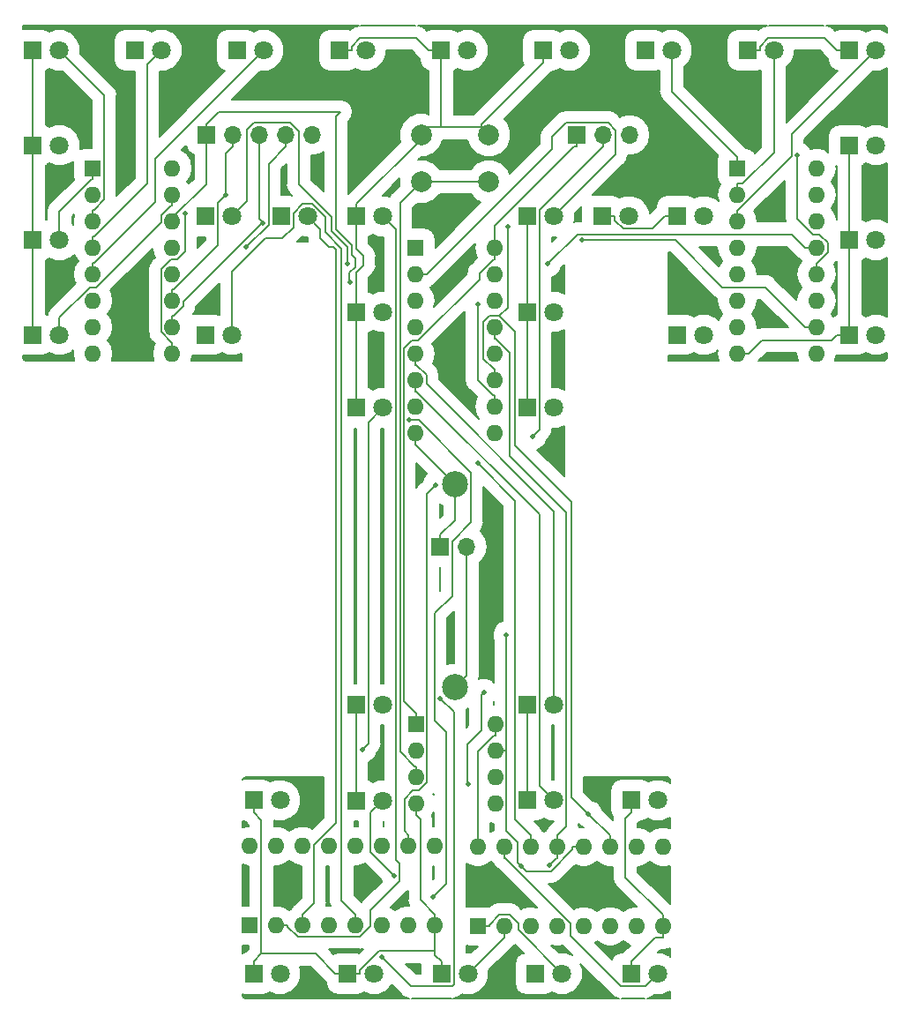
<source format=gbr>
G04 #@! TF.GenerationSoftware,KiCad,Pcbnew,(5.0.0)*
G04 #@! TF.CreationDate,2018-10-09T19:45:50-04:00*
G04 #@! TF.ProjectId,MiniTempleT,4D696E6954656D706C65542E6B696361,rev?*
G04 #@! TF.SameCoordinates,Original*
G04 #@! TF.FileFunction,Copper,L1,Top,Signal*
G04 #@! TF.FilePolarity,Positive*
%FSLAX46Y46*%
G04 Gerber Fmt 4.6, Leading zero omitted, Abs format (unit mm)*
G04 Created by KiCad (PCBNEW (5.0.0)) date 10/09/18 19:45:50*
%MOMM*%
%LPD*%
G01*
G04 APERTURE LIST*
G04 #@! TA.AperFunction,ComponentPad*
%ADD10R,1.800000X1.800000*%
G04 #@! TD*
G04 #@! TA.AperFunction,ComponentPad*
%ADD11C,1.800000*%
G04 #@! TD*
G04 #@! TA.AperFunction,ComponentPad*
%ADD12R,1.700000X1.700000*%
G04 #@! TD*
G04 #@! TA.AperFunction,ComponentPad*
%ADD13O,1.700000X1.700000*%
G04 #@! TD*
G04 #@! TA.AperFunction,ComponentPad*
%ADD14R,1.600000X1.600000*%
G04 #@! TD*
G04 #@! TA.AperFunction,ComponentPad*
%ADD15O,1.600000X1.600000*%
G04 #@! TD*
G04 #@! TA.AperFunction,ComponentPad*
%ADD16C,2.000000*%
G04 #@! TD*
G04 #@! TA.AperFunction,ComponentPad*
%ADD17C,2.500000*%
G04 #@! TD*
G04 #@! TA.AperFunction,ViaPad*
%ADD18C,0.500000*%
G04 #@! TD*
G04 #@! TA.AperFunction,Conductor*
%ADD19C,0.200000*%
G04 #@! TD*
G04 #@! TA.AperFunction,NonConductor*
%ADD20C,0.200000*%
G04 #@! TD*
G04 APERTURE END LIST*
D10*
G04 #@! TO.P,D1,1*
G04 #@! TO.N,GND*
X130683000Y-85217000D03*
D11*
G04 #@! TO.P,D1,2*
G04 #@! TO.N,Net-(D1-Pad2)*
X133223000Y-85217000D03*
G04 #@! TD*
D10*
G04 #@! TO.P,D2,1*
G04 #@! TO.N,GND*
X130683000Y-76117000D03*
D11*
G04 #@! TO.P,D2,2*
G04 #@! TO.N,Net-(D2-Pad2)*
X133223000Y-76117000D03*
G04 #@! TD*
D10*
G04 #@! TO.P,D3,1*
G04 #@! TO.N,GND*
X130683000Y-67017000D03*
D11*
G04 #@! TO.P,D3,2*
G04 #@! TO.N,Net-(D3-Pad2)*
X133223000Y-67017000D03*
G04 #@! TD*
D10*
G04 #@! TO.P,D4,1*
G04 #@! TO.N,GND*
X130683000Y-57917000D03*
D11*
G04 #@! TO.P,D4,2*
G04 #@! TO.N,Net-(D4-Pad2)*
X133223000Y-57917000D03*
G04 #@! TD*
D10*
G04 #@! TO.P,D6,1*
G04 #@! TO.N,GND*
X150283000Y-57917000D03*
D11*
G04 #@! TO.P,D6,2*
G04 #@! TO.N,Net-(D6-Pad2)*
X152823000Y-57917000D03*
G04 #@! TD*
D10*
G04 #@! TO.P,D7,1*
G04 #@! TO.N,GND*
X160083000Y-57917000D03*
D11*
G04 #@! TO.P,D7,2*
G04 #@! TO.N,Net-(D7-Pad2)*
X162623000Y-57917000D03*
G04 #@! TD*
D10*
G04 #@! TO.P,D8,1*
G04 #@! TO.N,GND*
X169883000Y-57917000D03*
D11*
G04 #@! TO.P,D8,2*
G04 #@! TO.N,Net-(D8-Pad2)*
X172423000Y-57917000D03*
G04 #@! TD*
D10*
G04 #@! TO.P,D9,1*
G04 #@! TO.N,GND*
X179683000Y-57917000D03*
D11*
G04 #@! TO.P,D9,2*
G04 #@! TO.N,Net-(D9-Pad2)*
X182223000Y-57917000D03*
G04 #@! TD*
D10*
G04 #@! TO.P,D10,1*
G04 #@! TO.N,GND*
X189483000Y-57917000D03*
D11*
G04 #@! TO.P,D10,2*
G04 #@! TO.N,Net-(D10-Pad2)*
X192023000Y-57917000D03*
G04 #@! TD*
D10*
G04 #@! TO.P,D11,1*
G04 #@! TO.N,GND*
X199283000Y-57917000D03*
D11*
G04 #@! TO.P,D11,2*
G04 #@! TO.N,Net-(D11-Pad2)*
X201823000Y-57917000D03*
G04 #@! TD*
D10*
G04 #@! TO.P,D12,1*
G04 #@! TO.N,GND*
X209083000Y-57917000D03*
D11*
G04 #@! TO.P,D12,2*
G04 #@! TO.N,Net-(D12-Pad2)*
X211623000Y-57917000D03*
G04 #@! TD*
D10*
G04 #@! TO.P,D14,1*
G04 #@! TO.N,GND*
X209083000Y-76117000D03*
D11*
G04 #@! TO.P,D14,2*
G04 #@! TO.N,Net-(D14-Pad2)*
X211623000Y-76117000D03*
G04 #@! TD*
D10*
G04 #@! TO.P,D15,1*
G04 #@! TO.N,GND*
X209083000Y-85217000D03*
D11*
G04 #@! TO.P,D15,2*
G04 #@! TO.N,Net-(D15-Pad2)*
X211623000Y-85217000D03*
G04 #@! TD*
D10*
G04 #@! TO.P,D16,1*
G04 #@! TO.N,GND*
X192557000Y-85217000D03*
D11*
G04 #@! TO.P,D16,2*
G04 #@! TO.N,Net-(D16-Pad2)*
X195097000Y-85217000D03*
G04 #@! TD*
D10*
G04 #@! TO.P,D17,1*
G04 #@! TO.N,GND*
X192557000Y-73837800D03*
D11*
G04 #@! TO.P,D17,2*
G04 #@! TO.N,Net-(D17-Pad2)*
X195097000Y-73837800D03*
G04 #@! TD*
D10*
G04 #@! TO.P,D18,1*
G04 #@! TO.N,GND*
X185369000Y-73837800D03*
D11*
G04 #@! TO.P,D18,2*
G04 #@! TO.N,Net-(D18-Pad2)*
X187909000Y-73837800D03*
G04 #@! TD*
D10*
G04 #@! TO.P,D19,1*
G04 #@! TO.N,GND*
X178156000Y-73837800D03*
D11*
G04 #@! TO.P,D19,2*
G04 #@! TO.N,Net-(D19-Pad2)*
X180696000Y-73837800D03*
G04 #@! TD*
D10*
G04 #@! TO.P,D20,1*
G04 #@! TO.N,GND*
X178156000Y-83037800D03*
D11*
G04 #@! TO.P,D20,2*
G04 #@! TO.N,Net-(D20-Pad2)*
X180696000Y-83037800D03*
G04 #@! TD*
D10*
G04 #@! TO.P,D22,1*
G04 #@! TO.N,GND*
X178156000Y-120699000D03*
D11*
G04 #@! TO.P,D22,2*
G04 #@! TO.N,Net-(D22-Pad2)*
X180696000Y-120699000D03*
G04 #@! TD*
D10*
G04 #@! TO.P,D23,1*
G04 #@! TO.N,GND*
X178156000Y-129899000D03*
D11*
G04 #@! TO.P,D23,2*
G04 #@! TO.N,Net-(D23-Pad2)*
X180696000Y-129899000D03*
G04 #@! TD*
D10*
G04 #@! TO.P,D24,1*
G04 #@! TO.N,GND*
X188156000Y-129899000D03*
D11*
G04 #@! TO.P,D24,2*
G04 #@! TO.N,Net-(D24-Pad2)*
X190696000Y-129899000D03*
G04 #@! TD*
D10*
G04 #@! TO.P,D25,1*
G04 #@! TO.N,GND*
X188150000Y-146558000D03*
D11*
G04 #@! TO.P,D25,2*
G04 #@! TO.N,Net-(D25-Pad2)*
X190690000Y-146558000D03*
G04 #@! TD*
D10*
G04 #@! TO.P,D26,1*
G04 #@! TO.N,GND*
X178950000Y-146558000D03*
D11*
G04 #@! TO.P,D26,2*
G04 #@! TO.N,Net-(D26-Pad2)*
X181490000Y-146558000D03*
G04 #@! TD*
D10*
G04 #@! TO.P,D27,1*
G04 #@! TO.N,GND*
X169926000Y-146558000D03*
D11*
G04 #@! TO.P,D27,2*
G04 #@! TO.N,Net-(D27-Pad2)*
X172466000Y-146558000D03*
G04 #@! TD*
D10*
G04 #@! TO.P,D28,1*
G04 #@! TO.N,GND*
X160902000Y-146558000D03*
D11*
G04 #@! TO.P,D28,2*
G04 #@! TO.N,Net-(D28-Pad2)*
X163442000Y-146558000D03*
G04 #@! TD*
D10*
G04 #@! TO.P,D30,1*
G04 #@! TO.N,GND*
X151877000Y-129899000D03*
D11*
G04 #@! TO.P,D30,2*
G04 #@! TO.N,Net-(D30-Pad2)*
X154417000Y-129899000D03*
G04 #@! TD*
D10*
G04 #@! TO.P,D31,1*
G04 #@! TO.N,GND*
X161734000Y-129921000D03*
D11*
G04 #@! TO.P,D31,2*
G04 #@! TO.N,Net-(D31-Pad2)*
X164274000Y-129921000D03*
G04 #@! TD*
D10*
G04 #@! TO.P,D32,1*
G04 #@! TO.N,GND*
X161734000Y-120699000D03*
D11*
G04 #@! TO.P,D32,2*
G04 #@! TO.N,Net-(D32-Pad2)*
X164274000Y-120699000D03*
G04 #@! TD*
D12*
G04 #@! TO.P,POWER1,1*
G04 #@! TO.N,Master_Reset*
X182880000Y-66040000D03*
D13*
G04 #@! TO.P,POWER1,2*
G04 #@! TO.N,Net-(Battery1-Pad2)*
X185420000Y-66040000D03*
G04 #@! TO.P,POWER1,3*
G04 #@! TO.N,Net-(POWER1-Pad3)*
X187960000Y-66040000D03*
G04 #@! TD*
D14*
G04 #@! TO.P,Tiny85,1*
G04 #@! TO.N,Master_Reset*
X167450000Y-122618000D03*
D15*
G04 #@! TO.P,Tiny85,5*
G04 #@! TO.N,Serial_Data*
X175070000Y-130238000D03*
G04 #@! TO.P,Tiny85,2*
G04 #@! TO.N,Output_Enable*
X167450000Y-125158000D03*
G04 #@! TO.P,Tiny85,6*
G04 #@! TO.N,Serial_Clock*
X175070000Y-127698000D03*
G04 #@! TO.P,Tiny85,3*
G04 #@! TO.N,Net-(BTN1-Pad2)*
X167450000Y-127698000D03*
G04 #@! TO.P,Tiny85,7*
G04 #@! TO.N,Reg_Clock*
X175070000Y-125158000D03*
G04 #@! TO.P,Tiny85,4*
G04 #@! TO.N,GND*
X167450000Y-130238000D03*
G04 #@! TO.P,Tiny85,8*
G04 #@! TO.N,Master_Reset*
X175070000Y-122618000D03*
G04 #@! TD*
D10*
G04 #@! TO.P,D5,1*
G04 #@! TO.N,GND*
X140483000Y-57917000D03*
D11*
G04 #@! TO.P,D5,2*
G04 #@! TO.N,Net-(D5-Pad2)*
X143023000Y-57917000D03*
G04 #@! TD*
D10*
G04 #@! TO.P,D13,1*
G04 #@! TO.N,GND*
X209083000Y-67017000D03*
D11*
G04 #@! TO.P,D13,2*
G04 #@! TO.N,Net-(D13-Pad2)*
X211623000Y-67017000D03*
G04 #@! TD*
D10*
G04 #@! TO.P,D21,1*
G04 #@! TO.N,GND*
X178156000Y-92237800D03*
D11*
G04 #@! TO.P,D21,2*
G04 #@! TO.N,Net-(D21-Pad2)*
X180696000Y-92237800D03*
G04 #@! TD*
D10*
G04 #@! TO.P,D29,1*
G04 #@! TO.N,GND*
X151877000Y-146558000D03*
D11*
G04 #@! TO.P,D29,2*
G04 #@! TO.N,Net-(D29-Pad2)*
X154417000Y-146558000D03*
G04 #@! TD*
D10*
G04 #@! TO.P,D33,1*
G04 #@! TO.N,GND*
X161734000Y-92237800D03*
D11*
G04 #@! TO.P,D33,2*
G04 #@! TO.N,Net-(D33-Pad2)*
X164274000Y-92237800D03*
G04 #@! TD*
D10*
G04 #@! TO.P,D34,1*
G04 #@! TO.N,GND*
X161734000Y-83037800D03*
D11*
G04 #@! TO.P,D34,2*
G04 #@! TO.N,Net-(D34-Pad2)*
X164274000Y-83037800D03*
G04 #@! TD*
D10*
G04 #@! TO.P,D35,1*
G04 #@! TO.N,GND*
X161734000Y-73837800D03*
D11*
G04 #@! TO.P,D35,2*
G04 #@! TO.N,Net-(D35-Pad2)*
X164274000Y-73837800D03*
G04 #@! TD*
D10*
G04 #@! TO.P,D36,1*
G04 #@! TO.N,GND*
X154496000Y-73850500D03*
D11*
G04 #@! TO.P,D36,2*
G04 #@! TO.N,Net-(D36-Pad2)*
X157036000Y-73850500D03*
G04 #@! TD*
D10*
G04 #@! TO.P,D37,1*
G04 #@! TO.N,GND*
X147256000Y-73850500D03*
D11*
G04 #@! TO.P,D37,2*
G04 #@! TO.N,Net-(D37-Pad2)*
X149796000Y-73850500D03*
G04 #@! TD*
D10*
G04 #@! TO.P,D38,1*
G04 #@! TO.N,GND*
X147256000Y-85217000D03*
D11*
G04 #@! TO.P,D38,2*
G04 #@! TO.N,Net-(D38-Pad2)*
X149796000Y-85217000D03*
G04 #@! TD*
D16*
G04 #@! TO.P,BTN1,2*
G04 #@! TO.N,Net-(BTN1-Pad2)*
X167965000Y-70540000D03*
G04 #@! TO.P,BTN1,1*
G04 #@! TO.N,GND*
X167965000Y-66040000D03*
G04 #@! TO.P,BTN1,2*
G04 #@! TO.N,Net-(BTN1-Pad2)*
X174465000Y-70540000D03*
G04 #@! TO.P,BTN1,1*
G04 #@! TO.N,GND*
X174465000Y-66040000D03*
G04 #@! TD*
D17*
G04 #@! TO.P,Battery1,1*
G04 #@! TO.N,GND*
X171196000Y-99569000D03*
G04 #@! TO.P,Battery1,2*
G04 #@! TO.N,Net-(Battery1-Pad2)*
X171196000Y-119069000D03*
G04 #@! TD*
D12*
G04 #@! TO.P,Shift_IO1,1*
G04 #@! TO.N,Serial_Data*
X147320000Y-66040000D03*
D13*
G04 #@! TO.P,Shift_IO1,2*
G04 #@! TO.N,Serial_Clock*
X149860000Y-66040000D03*
G04 #@! TO.P,Shift_IO1,3*
G04 #@! TO.N,Master_Reset*
X152400000Y-66040000D03*
G04 #@! TO.P,Shift_IO1,4*
G04 #@! TO.N,Reg_Clock*
X154940000Y-66040000D03*
G04 #@! TO.P,Shift_IO1,5*
G04 #@! TO.N,Output_Enable*
X157480000Y-66040000D03*
G04 #@! TD*
D12*
G04 #@! TO.P,Power1,1*
G04 #@! TO.N,GND*
X169799000Y-105537000D03*
D13*
G04 #@! TO.P,Power1,2*
G04 #@! TO.N,Net-(Battery1-Pad2)*
X172339000Y-105537000D03*
G04 #@! TD*
D14*
G04 #@! TO.P,Shift2,1*
G04 #@! TO.N,Net-(D10-Pad2)*
X198298000Y-69215000D03*
D15*
G04 #@! TO.P,Shift2,9*
G04 #@! TO.N,Net-(Shift2-Pad9)*
X205918000Y-86995000D03*
G04 #@! TO.P,Shift2,2*
G04 #@! TO.N,Net-(D11-Pad2)*
X198298000Y-71755000D03*
G04 #@! TO.P,Shift2,10*
G04 #@! TO.N,Master_Reset*
X205918000Y-84455000D03*
G04 #@! TO.P,Shift2,3*
G04 #@! TO.N,Net-(D12-Pad2)*
X198298000Y-74295000D03*
G04 #@! TO.P,Shift2,11*
G04 #@! TO.N,Serial_Clock*
X205918000Y-81915000D03*
G04 #@! TO.P,Shift2,4*
G04 #@! TO.N,Net-(D13-Pad2)*
X198298000Y-76835000D03*
G04 #@! TO.P,Shift2,12*
G04 #@! TO.N,Reg_Clock*
X205918000Y-79375000D03*
G04 #@! TO.P,Shift2,5*
G04 #@! TO.N,Net-(D14-Pad2)*
X198298000Y-79375000D03*
G04 #@! TO.P,Shift2,13*
G04 #@! TO.N,Output_Enable*
X205918000Y-76835000D03*
G04 #@! TO.P,Shift2,6*
G04 #@! TO.N,Net-(D15-Pad2)*
X198298000Y-81915000D03*
G04 #@! TO.P,Shift2,14*
G04 #@! TO.N,Net-(Shift1-Pad9)*
X205918000Y-74295000D03*
G04 #@! TO.P,Shift2,7*
G04 #@! TO.N,Net-(D16-Pad2)*
X198298000Y-84455000D03*
G04 #@! TO.P,Shift2,15*
G04 #@! TO.N,Net-(D9-Pad2)*
X205918000Y-71755000D03*
G04 #@! TO.P,Shift2,8*
G04 #@! TO.N,GND*
X198298000Y-86995000D03*
G04 #@! TO.P,Shift2,16*
G04 #@! TO.N,Master_Reset*
X205918000Y-69215000D03*
G04 #@! TD*
D14*
G04 #@! TO.P,Shift3,1*
G04 #@! TO.N,Net-(D18-Pad2)*
X167386000Y-76885800D03*
D15*
G04 #@! TO.P,Shift3,9*
G04 #@! TO.N,Net-(Shift3-Pad9)*
X175006000Y-94665800D03*
G04 #@! TO.P,Shift3,2*
G04 #@! TO.N,Net-(D19-Pad2)*
X167386000Y-79425800D03*
G04 #@! TO.P,Shift3,10*
G04 #@! TO.N,Master_Reset*
X175006000Y-92125800D03*
G04 #@! TO.P,Shift3,3*
G04 #@! TO.N,Net-(D20-Pad2)*
X167386000Y-81965800D03*
G04 #@! TO.P,Shift3,11*
G04 #@! TO.N,Serial_Clock*
X175006000Y-89585800D03*
G04 #@! TO.P,Shift3,4*
G04 #@! TO.N,Net-(D21-Pad2)*
X167386000Y-84505800D03*
G04 #@! TO.P,Shift3,12*
G04 #@! TO.N,Reg_Clock*
X175006000Y-87045800D03*
G04 #@! TO.P,Shift3,5*
G04 #@! TO.N,Net-(D22-Pad2)*
X167386000Y-87045800D03*
G04 #@! TO.P,Shift3,13*
G04 #@! TO.N,Output_Enable*
X175006000Y-84505800D03*
G04 #@! TO.P,Shift3,6*
G04 #@! TO.N,Net-(D23-Pad2)*
X167386000Y-89585800D03*
G04 #@! TO.P,Shift3,14*
G04 #@! TO.N,Net-(Shift2-Pad9)*
X175006000Y-81965800D03*
G04 #@! TO.P,Shift3,7*
G04 #@! TO.N,Net-(D24-Pad2)*
X167386000Y-92125800D03*
G04 #@! TO.P,Shift3,15*
G04 #@! TO.N,Net-(D17-Pad2)*
X175006000Y-79425800D03*
G04 #@! TO.P,Shift3,8*
G04 #@! TO.N,GND*
X167386000Y-94665800D03*
G04 #@! TO.P,Shift3,16*
G04 #@! TO.N,Master_Reset*
X175006000Y-76885800D03*
G04 #@! TD*
D14*
G04 #@! TO.P,Shift1,1*
G04 #@! TO.N,Net-(D2-Pad2)*
X136449000Y-69215000D03*
D15*
G04 #@! TO.P,Shift1,9*
G04 #@! TO.N,Net-(Shift1-Pad9)*
X144069000Y-86995000D03*
G04 #@! TO.P,Shift1,2*
G04 #@! TO.N,Net-(D3-Pad2)*
X136449000Y-71755000D03*
G04 #@! TO.P,Shift1,10*
G04 #@! TO.N,Master_Reset*
X144069000Y-84455000D03*
G04 #@! TO.P,Shift1,3*
G04 #@! TO.N,Net-(D4-Pad2)*
X136449000Y-74295000D03*
G04 #@! TO.P,Shift1,11*
G04 #@! TO.N,Serial_Clock*
X144069000Y-81915000D03*
G04 #@! TO.P,Shift1,4*
G04 #@! TO.N,Net-(D5-Pad2)*
X136449000Y-76835000D03*
G04 #@! TO.P,Shift1,12*
G04 #@! TO.N,Reg_Clock*
X144069000Y-79375000D03*
G04 #@! TO.P,Shift1,5*
G04 #@! TO.N,Net-(D6-Pad2)*
X136449000Y-79375000D03*
G04 #@! TO.P,Shift1,13*
G04 #@! TO.N,Output_Enable*
X144069000Y-76835000D03*
G04 #@! TO.P,Shift1,6*
G04 #@! TO.N,Net-(D7-Pad2)*
X136449000Y-81915000D03*
G04 #@! TO.P,Shift1,14*
G04 #@! TO.N,Serial_Data*
X144069000Y-74295000D03*
G04 #@! TO.P,Shift1,7*
G04 #@! TO.N,Net-(D8-Pad2)*
X136449000Y-84455000D03*
G04 #@! TO.P,Shift1,15*
G04 #@! TO.N,Net-(D1-Pad2)*
X144069000Y-71755000D03*
G04 #@! TO.P,Shift1,8*
G04 #@! TO.N,GND*
X136449000Y-86995000D03*
G04 #@! TO.P,Shift1,16*
G04 #@! TO.N,Master_Reset*
X144069000Y-69215000D03*
G04 #@! TD*
D14*
G04 #@! TO.P,Shift4,1*
G04 #@! TO.N,Net-(D26-Pad2)*
X173418000Y-142002000D03*
D15*
G04 #@! TO.P,Shift4,9*
G04 #@! TO.N,Net-(Shift4-Pad9)*
X191198000Y-134382000D03*
G04 #@! TO.P,Shift4,2*
G04 #@! TO.N,Net-(D27-Pad2)*
X175958000Y-142002000D03*
G04 #@! TO.P,Shift4,10*
G04 #@! TO.N,Master_Reset*
X188658000Y-134382000D03*
G04 #@! TO.P,Shift4,3*
G04 #@! TO.N,Net-(D28-Pad2)*
X178498000Y-142002000D03*
G04 #@! TO.P,Shift4,11*
G04 #@! TO.N,Serial_Clock*
X186118000Y-134382000D03*
G04 #@! TO.P,Shift4,4*
G04 #@! TO.N,Net-(D29-Pad2)*
X181038000Y-142002000D03*
G04 #@! TO.P,Shift4,12*
G04 #@! TO.N,Reg_Clock*
X183578000Y-134382000D03*
G04 #@! TO.P,Shift4,5*
G04 #@! TO.N,Net-(D30-Pad2)*
X183578000Y-142002000D03*
G04 #@! TO.P,Shift4,13*
G04 #@! TO.N,Output_Enable*
X181038000Y-134382000D03*
G04 #@! TO.P,Shift4,6*
G04 #@! TO.N,Net-(D31-Pad2)*
X186118000Y-142002000D03*
G04 #@! TO.P,Shift4,14*
G04 #@! TO.N,Net-(Shift3-Pad9)*
X178498000Y-134382000D03*
G04 #@! TO.P,Shift4,7*
G04 #@! TO.N,Net-(D32-Pad2)*
X188658000Y-142002000D03*
G04 #@! TO.P,Shift4,15*
G04 #@! TO.N,Net-(D25-Pad2)*
X175958000Y-134382000D03*
G04 #@! TO.P,Shift4,8*
G04 #@! TO.N,GND*
X191198000Y-142002000D03*
G04 #@! TO.P,Shift4,16*
G04 #@! TO.N,Master_Reset*
X173418000Y-134382000D03*
G04 #@! TD*
D14*
G04 #@! TO.P,Shift5,1*
G04 #@! TO.N,Net-(D34-Pad2)*
X151511000Y-141922000D03*
D15*
G04 #@! TO.P,Shift5,9*
G04 #@! TO.N,Net-(Shift5-Pad9)*
X169291000Y-134302000D03*
G04 #@! TO.P,Shift5,2*
G04 #@! TO.N,Net-(D35-Pad2)*
X154051000Y-141922000D03*
G04 #@! TO.P,Shift5,10*
G04 #@! TO.N,Master_Reset*
X166751000Y-134302000D03*
G04 #@! TO.P,Shift5,3*
G04 #@! TO.N,Net-(D36-Pad2)*
X156591000Y-141922000D03*
G04 #@! TO.P,Shift5,11*
G04 #@! TO.N,Serial_Clock*
X164211000Y-134302000D03*
G04 #@! TO.P,Shift5,4*
G04 #@! TO.N,Net-(D37-Pad2)*
X159131000Y-141922000D03*
G04 #@! TO.P,Shift5,12*
G04 #@! TO.N,Reg_Clock*
X161671000Y-134302000D03*
G04 #@! TO.P,Shift5,5*
G04 #@! TO.N,Net-(D38-Pad2)*
X161671000Y-141922000D03*
G04 #@! TO.P,Shift5,13*
G04 #@! TO.N,Output_Enable*
X159131000Y-134302000D03*
G04 #@! TO.P,Shift5,6*
G04 #@! TO.N,Net-(Shift5-Pad6)*
X164211000Y-141922000D03*
G04 #@! TO.P,Shift5,14*
G04 #@! TO.N,Net-(Shift4-Pad9)*
X156591000Y-134302000D03*
G04 #@! TO.P,Shift5,7*
G04 #@! TO.N,Net-(Shift5-Pad7)*
X166751000Y-141922000D03*
G04 #@! TO.P,Shift5,15*
G04 #@! TO.N,Net-(D33-Pad2)*
X154051000Y-134302000D03*
G04 #@! TO.P,Shift5,8*
G04 #@! TO.N,GND*
X169291000Y-141922000D03*
G04 #@! TO.P,Shift5,16*
G04 #@! TO.N,Master_Reset*
X151511000Y-134302000D03*
G04 #@! TD*
D18*
G04 #@! TO.N,Net-(D31-Pad2)*
X165346900Y-137121000D03*
G04 #@! TO.N,Net-(Shift1-Pad9)*
X145274800Y-73541400D03*
G04 #@! TO.N,Serial_Clock*
X149199700Y-71827500D03*
X176281600Y-74809400D03*
X184032700Y-131216400D03*
G04 #@! TO.N,Reg_Clock*
X151171200Y-76819800D03*
X177581100Y-136216000D03*
X176158100Y-114015600D03*
X204081800Y-67980400D03*
G04 #@! TO.N,Output_Enable*
X180242300Y-136135800D03*
X180099800Y-78411200D03*
G04 #@! TO.N,Net-(Shift3-Pad9)*
X173383300Y-97571700D03*
G04 #@! TO.N,Net-(D33-Pad2)*
X162339500Y-125040200D03*
G04 #@! TO.N,Net-(D34-Pad2)*
X169107100Y-139171400D03*
X166845700Y-93393600D03*
G04 #@! TO.N,Net-(D37-Pad2)*
X164170500Y-144965200D03*
X169801600Y-120107500D03*
X160876800Y-78402200D03*
G04 #@! TO.N,Net-(Battery1-Pad2)*
X178676400Y-94956900D03*
G04 #@! TO.N,Serial_Data*
X161163000Y-80213200D03*
X173964600Y-119507000D03*
X172491400Y-128371600D03*
G04 #@! TO.N,Master_Reset*
X152783200Y-74467000D03*
X183418500Y-76130700D03*
X173378500Y-82286200D03*
X169350600Y-99679300D03*
G04 #@! TD*
D19*
G04 #@! TO.N,Net-(D1-Pad2)*
X133223000Y-83558000D02*
X133223000Y-85217000D01*
X136136000Y-80645000D02*
X133223000Y-83558000D01*
X136732900Y-80645000D02*
X136136000Y-80645000D01*
X142988700Y-74389200D02*
X136732900Y-80645000D01*
X142988700Y-73780400D02*
X142988700Y-74389200D01*
X143933800Y-72835300D02*
X142988700Y-73780400D01*
X144069000Y-72835300D02*
X143933800Y-72835300D01*
X144069000Y-71755000D02*
X144069000Y-72835300D01*
G04 #@! TO.N,Net-(D2-Pad2)*
X133223000Y-73386300D02*
X133223000Y-76117000D01*
X136314000Y-70295300D02*
X133223000Y-73386300D01*
X136449000Y-70295300D02*
X136314000Y-70295300D01*
X136449000Y-69215000D02*
X136449000Y-70295300D01*
G04 #@! TO.N,Net-(D4-Pad2)*
X136560900Y-73214700D02*
X136449000Y-73214700D01*
X137529300Y-72246300D02*
X136560900Y-73214700D01*
X137529300Y-62223300D02*
X137529300Y-72246300D01*
X133223000Y-57917000D02*
X137529300Y-62223300D01*
X136449000Y-74295000D02*
X136449000Y-73214700D01*
G04 #@! TO.N,Net-(D5-Pad2)*
X141663400Y-59276600D02*
X143023000Y-57917000D01*
X141663400Y-70675300D02*
X141663400Y-59276600D01*
X136584000Y-75754700D02*
X141663400Y-70675300D01*
X136449000Y-75754700D02*
X136584000Y-75754700D01*
X136449000Y-76835000D02*
X136449000Y-75754700D01*
G04 #@! TO.N,Net-(D6-Pad2)*
X142381700Y-68358300D02*
X152823000Y-57917000D01*
X142381700Y-72497000D02*
X142381700Y-68358300D01*
X136584000Y-78294700D02*
X142381700Y-72497000D01*
X136449000Y-78294700D02*
X136584000Y-78294700D01*
X136449000Y-79375000D02*
X136449000Y-78294700D01*
G04 #@! TO.N,Net-(D10-Pad2)*
X192023000Y-61859700D02*
X192023000Y-57917000D01*
X198298000Y-68134700D02*
X192023000Y-61859700D01*
X198298000Y-69215000D02*
X198298000Y-68134700D01*
G04 #@! TO.N,Net-(D11-Pad2)*
X201823000Y-67689800D02*
X201823000Y-57917000D01*
X198838100Y-70674700D02*
X201823000Y-67689800D01*
X198298000Y-70674700D02*
X198838100Y-70674700D01*
X198298000Y-71755000D02*
X198298000Y-70674700D01*
G04 #@! TO.N,Net-(D12-Pad2)*
X198298000Y-74295000D02*
X198298000Y-73214700D01*
X198368800Y-73214700D02*
X198298000Y-73214700D01*
X203551500Y-68032000D02*
X198368800Y-73214700D01*
X203551500Y-65988500D02*
X203551500Y-68032000D01*
X211623000Y-57917000D02*
X203551500Y-65988500D01*
G04 #@! TO.N,Net-(D19-Pad2)*
X186599100Y-67934700D02*
X180696000Y-73837800D01*
X186599100Y-65576900D02*
X186599100Y-67934700D01*
X185907500Y-64885300D02*
X186599100Y-65576900D01*
X181868600Y-64885300D02*
X185907500Y-64885300D01*
X180543100Y-66210800D02*
X181868600Y-64885300D01*
X180543100Y-67349000D02*
X180543100Y-66210800D01*
X168466300Y-79425800D02*
X180543100Y-67349000D01*
X167386000Y-79425800D02*
X168466300Y-79425800D01*
G04 #@! TO.N,Net-(D22-Pad2)*
X180696000Y-102182800D02*
X180696000Y-120699000D01*
X168466300Y-89953100D02*
X180696000Y-102182800D01*
X168466300Y-89071200D02*
X168466300Y-89953100D01*
X167521200Y-88126100D02*
X168466300Y-89071200D01*
X167386000Y-88126100D02*
X167521200Y-88126100D01*
X167386000Y-87045800D02*
X167386000Y-88126100D01*
G04 #@! TO.N,Net-(D23-Pad2)*
X179336400Y-128539400D02*
X180696000Y-129899000D01*
X179336400Y-102481500D02*
X179336400Y-128539400D01*
X167521000Y-90666100D02*
X179336400Y-102481500D01*
X167386000Y-90666100D02*
X167521000Y-90666100D01*
X167386000Y-89585800D02*
X167386000Y-90666100D01*
G04 #@! TO.N,Net-(D25-Pad2)*
X189509600Y-147738400D02*
X190690000Y-146558000D01*
X187100200Y-147738400D02*
X189509600Y-147738400D01*
X182308000Y-142946200D02*
X187100200Y-147738400D01*
X182308000Y-141744000D02*
X182308000Y-142946200D01*
X176026300Y-135462300D02*
X182308000Y-141744000D01*
X175958000Y-135462300D02*
X176026300Y-135462300D01*
X175958000Y-134382000D02*
X175958000Y-135462300D01*
G04 #@! TO.N,Net-(D26-Pad2)*
X177273200Y-142341200D02*
X181490000Y-146558000D01*
X177273200Y-141766300D02*
X177273200Y-142341200D01*
X176427700Y-140920800D02*
X177273200Y-141766300D01*
X175444500Y-140920800D02*
X176427700Y-140920800D01*
X174498300Y-141867000D02*
X175444500Y-140920800D01*
X174498300Y-142002000D02*
X174498300Y-141867000D01*
X173418000Y-142002000D02*
X174498300Y-142002000D01*
G04 #@! TO.N,Net-(D27-Pad2)*
X175941700Y-143082300D02*
X172466000Y-146558000D01*
X175958000Y-143082300D02*
X175941700Y-143082300D01*
X175958000Y-142002000D02*
X175958000Y-143082300D01*
G04 #@! TO.N,Net-(D31-Pad2)*
X163107600Y-131087400D02*
X164274000Y-129921000D01*
X163107600Y-134881700D02*
X163107600Y-131087400D01*
X165346900Y-137121000D02*
X163107600Y-134881700D01*
G04 #@! TO.N,Net-(Shift1-Pad9)*
X145274800Y-77223000D02*
X145274800Y-73541400D01*
X144518200Y-77979600D02*
X145274800Y-77223000D01*
X143929600Y-77979600D02*
X144518200Y-77979600D01*
X142971500Y-78937700D02*
X143929600Y-77979600D01*
X142971500Y-84952200D02*
X142971500Y-78937700D01*
X143934000Y-85914700D02*
X142971500Y-84952200D01*
X144069000Y-85914700D02*
X143934000Y-85914700D01*
X144069000Y-86995000D02*
X144069000Y-85914700D01*
G04 #@! TO.N,Serial_Clock*
X144069000Y-81915000D02*
X144069000Y-80834700D01*
X149860000Y-66040000D02*
X149860000Y-67170300D01*
X148436400Y-72590800D02*
X149199700Y-71827500D01*
X148436400Y-76602300D02*
X148436400Y-72590800D01*
X144204000Y-80834700D02*
X148436400Y-76602300D01*
X144069000Y-80834700D02*
X144204000Y-80834700D01*
X149199700Y-67830600D02*
X149860000Y-67170300D01*
X149199700Y-71827500D02*
X149199700Y-67830600D01*
X186118000Y-134382000D02*
X186118000Y-133301700D01*
X175006000Y-89585800D02*
X175006000Y-88505500D01*
X176281600Y-82605400D02*
X175461800Y-83425200D01*
X176281600Y-74809400D02*
X176281600Y-82605400D01*
X176975600Y-84939000D02*
X175461800Y-83425200D01*
X176975600Y-95807800D02*
X176975600Y-84939000D01*
X182398800Y-101231000D02*
X176975600Y-95807800D01*
X182398800Y-129582500D02*
X182398800Y-101231000D01*
X186118000Y-133301700D02*
X184032700Y-131216400D01*
X174894100Y-88505500D02*
X175006000Y-88505500D01*
X173901600Y-87513000D02*
X174894100Y-88505500D01*
X173901600Y-84017300D02*
X173901600Y-87513000D01*
X174493700Y-83425200D02*
X173901600Y-84017300D01*
X175461800Y-83425200D02*
X174493700Y-83425200D01*
X184032700Y-131216400D02*
X182398800Y-129582500D01*
G04 #@! TO.N,Reg_Clock*
X154940000Y-66040000D02*
X154940000Y-67170300D01*
X153313500Y-68796800D02*
X154940000Y-67170300D01*
X153313500Y-74686700D02*
X153313500Y-68796800D01*
X151180400Y-76819800D02*
X153313500Y-74686700D01*
X151171200Y-76819800D02*
X151180400Y-76819800D01*
X183578000Y-134382000D02*
X182497700Y-134382000D01*
X178083700Y-136718600D02*
X177581100Y-136216000D01*
X180422600Y-136718600D02*
X178083700Y-136718600D01*
X182497700Y-134643500D02*
X180422600Y-136718600D01*
X182497700Y-134382000D02*
X182497700Y-134643500D01*
X177228000Y-133942800D02*
X176158100Y-132872900D01*
X177228000Y-135862900D02*
X177228000Y-133942800D01*
X177581100Y-136216000D02*
X177228000Y-135862900D01*
X206029900Y-78294700D02*
X205918000Y-78294700D01*
X207014500Y-77310100D02*
X206029900Y-78294700D01*
X207014500Y-76363700D02*
X207014500Y-77310100D01*
X206215800Y-75565000D02*
X207014500Y-76363700D01*
X205603800Y-75565000D02*
X206215800Y-75565000D01*
X204081800Y-74043000D02*
X205603800Y-75565000D01*
X204081800Y-67980400D02*
X204081800Y-74043000D01*
X205918000Y-79375000D02*
X205918000Y-78294700D01*
X176144900Y-125158000D02*
X176158100Y-125171200D01*
X175070000Y-125158000D02*
X176144900Y-125158000D01*
X176158100Y-132872900D02*
X176158100Y-125171200D01*
X176158100Y-125171200D02*
X176158100Y-114015600D01*
G04 #@! TO.N,Output_Enable*
X180915800Y-135462300D02*
X181038000Y-135462300D01*
X180242300Y-136135800D02*
X180915800Y-135462300D01*
X181038000Y-134922100D02*
X181038000Y-135462300D01*
X203567700Y-75565000D02*
X204837700Y-76835000D01*
X182946000Y-75565000D02*
X203567700Y-75565000D01*
X180099800Y-78411200D02*
X182946000Y-75565000D01*
X205918000Y-76835000D02*
X204837700Y-76835000D01*
X181038000Y-134922100D02*
X181038000Y-134382000D01*
X175117900Y-85586100D02*
X175006000Y-85586100D01*
X176465600Y-86933800D02*
X175117900Y-85586100D01*
X176465600Y-96815400D02*
X176465600Y-86933800D01*
X181900600Y-102250400D02*
X176465600Y-96815400D01*
X181900600Y-132439100D02*
X181900600Y-102250400D01*
X181038000Y-133301700D02*
X181900600Y-132439100D01*
X181038000Y-134382000D02*
X181038000Y-133301700D01*
X175006000Y-84505800D02*
X175006000Y-85586100D01*
G04 #@! TO.N,Master_Reset*
X174958100Y-123698300D02*
X175070000Y-123698300D01*
X173418000Y-125238400D02*
X174958100Y-123698300D01*
X173418000Y-134382000D02*
X173418000Y-125238400D01*
X175070000Y-122618000D02*
X175070000Y-123698300D01*
X182597400Y-67170300D02*
X182880000Y-67170300D01*
X175006000Y-74761700D02*
X182597400Y-67170300D01*
X175006000Y-76885800D02*
X175006000Y-74761700D01*
X182880000Y-66040000D02*
X182880000Y-67170300D01*
X174894100Y-77966100D02*
X175006000Y-77966100D01*
X173546400Y-79313800D02*
X174894100Y-77966100D01*
X173546400Y-79914400D02*
X173546400Y-79313800D01*
X167685000Y-85775800D02*
X173546400Y-79914400D01*
X167077300Y-85775800D02*
X167685000Y-85775800D01*
X166305300Y-86547800D02*
X167077300Y-85775800D01*
X166305300Y-120393000D02*
X166305300Y-86547800D01*
X167450000Y-121537700D02*
X166305300Y-120393000D01*
X167450000Y-122618000D02*
X167450000Y-121537700D01*
X175006000Y-76885800D02*
X175006000Y-77966100D01*
G04 #@! TO.N,Net-(Shift3-Pad9)*
X178498000Y-134382000D02*
X178498000Y-133301700D01*
X176967200Y-101155600D02*
X173383300Y-97571700D01*
X176967200Y-131770900D02*
X176967200Y-101155600D01*
X178498000Y-133301700D02*
X176967200Y-131770900D01*
G04 #@! TO.N,Net-(D33-Pad2)*
X162914400Y-93597400D02*
X164274000Y-92237800D01*
X162914400Y-124465300D02*
X162914400Y-93597400D01*
X162339500Y-125040200D02*
X162914400Y-124465300D01*
G04 #@! TO.N,Net-(D34-Pad2)*
X167701300Y-93393600D02*
X166845700Y-93393600D01*
X172739000Y-98431300D02*
X167701300Y-93393600D01*
X172739000Y-103244000D02*
X172739000Y-98431300D01*
X170934500Y-105048500D02*
X172739000Y-103244000D01*
X170934500Y-110286000D02*
X170934500Y-105048500D01*
X169271200Y-111949300D02*
X170934500Y-110286000D01*
X169271200Y-122264700D02*
X169271200Y-111949300D01*
X170377800Y-123371300D02*
X169271200Y-122264700D01*
X170377800Y-137900700D02*
X170377800Y-123371300D01*
X169107100Y-139171400D02*
X170377800Y-137900700D01*
G04 #@! TO.N,Net-(D35-Pad2)*
X165544500Y-75108300D02*
X164274000Y-73837800D01*
X165544500Y-135646400D02*
X165544500Y-75108300D01*
X165877400Y-135979300D02*
X165544500Y-135646400D01*
X165877400Y-137701400D02*
X165877400Y-135979300D01*
X163107800Y-140471000D02*
X165877400Y-137701400D01*
X163107800Y-142021500D02*
X163107800Y-140471000D01*
X162104300Y-143025000D02*
X163107800Y-142021500D01*
X156099300Y-143025000D02*
X162104300Y-143025000D01*
X155131300Y-142057000D02*
X156099300Y-143025000D01*
X155131300Y-141922000D02*
X155131300Y-142057000D01*
X154051000Y-141922000D02*
X155131300Y-141922000D01*
G04 #@! TO.N,Net-(D36-Pad2)*
X157671300Y-134183700D02*
X159809300Y-132045700D01*
X157671300Y-139761400D02*
X157671300Y-134183700D01*
X156591000Y-140841700D02*
X157671300Y-139761400D01*
X156591000Y-141922000D02*
X156591000Y-140841700D01*
X158242500Y-75057000D02*
X158242500Y-75921100D01*
X158242500Y-75057000D02*
X157036000Y-73850500D01*
X158242500Y-75921100D02*
X159080200Y-76758800D01*
X159555300Y-76758800D02*
X159809300Y-77012800D01*
X159080200Y-76758800D02*
X159555300Y-76758800D01*
X159809300Y-132045700D02*
X159809300Y-77012800D01*
G04 #@! TO.N,Net-(D37-Pad2)*
X171113900Y-121419800D02*
X169801600Y-120107500D01*
X171113900Y-147578300D02*
X171113900Y-121419800D01*
X170953800Y-147738400D02*
X171113900Y-147578300D01*
X166943700Y-147738400D02*
X170953800Y-147738400D01*
X164170500Y-144965200D02*
X166943700Y-147738400D01*
X160876800Y-76951186D02*
X160876800Y-76809600D01*
X160876800Y-77266800D02*
X160876800Y-76951186D01*
X160876800Y-78402200D02*
X160876800Y-77266800D01*
X151264600Y-65531800D02*
X151264600Y-72381900D01*
X151919400Y-64877000D02*
X151264600Y-65531800D01*
X160876800Y-76828200D02*
X159339600Y-75291000D01*
X160876800Y-77266800D02*
X160876800Y-76828200D01*
X155390300Y-64877000D02*
X151919400Y-64877000D01*
X159339600Y-75291000D02*
X159339600Y-73939400D01*
X159339600Y-73939400D02*
X156210000Y-70809800D01*
X156210000Y-70809800D02*
X156210000Y-65696700D01*
X151264600Y-72381900D02*
X149796000Y-73850500D01*
X156210000Y-65696700D02*
X155390300Y-64877000D01*
G04 #@! TO.N,Net-(D38-Pad2)*
X161671000Y-141922000D02*
X161671000Y-140841700D01*
X161671000Y-140841700D02*
X160322400Y-139493100D01*
X160322400Y-77114400D02*
X160322400Y-76936600D01*
X160322400Y-139493100D02*
X160322400Y-77114400D01*
X154643800Y-75970600D02*
X152965200Y-75970600D01*
X155676400Y-74938000D02*
X154643800Y-75970600D01*
X155676400Y-73540900D02*
X155676400Y-74938000D01*
X160322400Y-77114400D02*
X160322400Y-76934200D01*
X152965200Y-75970600D02*
X149796000Y-79139800D01*
X158776300Y-75388100D02*
X158776300Y-73914000D01*
X149796000Y-79139800D02*
X149796000Y-85217000D01*
X158776300Y-73914000D02*
X157483800Y-72621500D01*
X160322400Y-76934200D02*
X158776300Y-75388100D01*
X157483800Y-72621500D02*
X156595800Y-72621500D01*
X156595800Y-72621500D02*
X155676400Y-73540900D01*
G04 #@! TO.N,Net-(Battery1-Pad2)*
X172339000Y-117926000D02*
X171196000Y-119069000D01*
X172339000Y-105537000D02*
X172339000Y-117926000D01*
X179336300Y-73254000D02*
X185420000Y-67170300D01*
X179336300Y-94297000D02*
X179336300Y-73254000D01*
X178676400Y-94956900D02*
X179336300Y-94297000D01*
X185420000Y-66040000D02*
X185420000Y-67170300D01*
G04 #@! TO.N,Net-(BTN1-Pad2)*
X174465000Y-70540000D02*
X167965000Y-70540000D01*
X167450000Y-127698000D02*
X167450000Y-126617700D01*
X165924900Y-72580100D02*
X167965000Y-70540000D01*
X165924900Y-125204500D02*
X165924900Y-72580100D01*
X167338100Y-126617700D02*
X165924900Y-125204500D01*
X167450000Y-126617700D02*
X167338100Y-126617700D01*
G04 #@! TO.N,GND*
X169926000Y-146558000D02*
X169926000Y-145377700D01*
X209083000Y-67017000D02*
X209083000Y-76117000D01*
X178156000Y-129899000D02*
X178156000Y-120699000D01*
X178156000Y-92237800D02*
X178156000Y-83037800D01*
X178156000Y-83037800D02*
X178156000Y-73837800D01*
X130683000Y-57917000D02*
X130683000Y-67017000D01*
X130683000Y-67017000D02*
X130683000Y-76117000D01*
X130683000Y-76117000D02*
X130683000Y-85217000D01*
X161734000Y-83037800D02*
X161734000Y-84218100D01*
X161734000Y-92237800D02*
X161734000Y-91057500D01*
X161734000Y-84218100D02*
X161734000Y-91057500D01*
X167897600Y-131765900D02*
X167450000Y-131318300D01*
X167897600Y-139448300D02*
X167897600Y-131765900D01*
X169291000Y-140841700D02*
X167897600Y-139448300D01*
X169291000Y-141922000D02*
X169291000Y-140841700D01*
X167450000Y-130238000D02*
X167450000Y-131318300D01*
X171196000Y-99556100D02*
X167386000Y-95746100D01*
X171196000Y-99569000D02*
X171196000Y-99556100D01*
X167386000Y-94665800D02*
X167386000Y-95746100D01*
X179683000Y-57917000D02*
X179683000Y-59097300D01*
X187566600Y-131668700D02*
X188156000Y-131079300D01*
X187566600Y-137290300D02*
X187566600Y-131668700D01*
X191198000Y-140921700D02*
X187566600Y-137290300D01*
X191198000Y-142002000D02*
X191198000Y-140921700D01*
X188156000Y-129899000D02*
X188156000Y-131079300D01*
X190445400Y-143082300D02*
X191198000Y-143082300D01*
X188150000Y-145377700D02*
X190445400Y-143082300D01*
X188150000Y-146558000D02*
X188150000Y-145377700D01*
X191198000Y-142002000D02*
X191198000Y-143082300D01*
X209083000Y-76117000D02*
X209083000Y-85217000D01*
X200648300Y-85725000D02*
X199378300Y-86995000D01*
X207394700Y-85725000D02*
X200648300Y-85725000D01*
X207902700Y-85217000D02*
X207394700Y-85725000D01*
X209083000Y-85217000D02*
X207902700Y-85217000D01*
X198298000Y-86995000D02*
X199378300Y-86995000D01*
X206722400Y-56736700D02*
X207902700Y-57917000D01*
X201274800Y-56736700D02*
X206722400Y-56736700D01*
X200463300Y-57548200D02*
X201274800Y-56736700D01*
X200463300Y-57917000D02*
X200463300Y-57548200D01*
X199283000Y-57917000D02*
X200463300Y-57917000D01*
X171196000Y-103009700D02*
X171196000Y-99569000D01*
X169799000Y-104406700D02*
X171196000Y-103009700D01*
X169799000Y-105537000D02*
X169799000Y-104406700D01*
X173727300Y-65053000D02*
X173727300Y-65302300D01*
X179683000Y-59097300D02*
X173727300Y-65053000D01*
X173727300Y-65302300D02*
X174465000Y-66040000D01*
X167522400Y-56736700D02*
X168702700Y-57917000D01*
X162074800Y-56736700D02*
X167522400Y-56736700D01*
X161263300Y-57548200D02*
X162074800Y-56736700D01*
X161263300Y-57917000D02*
X161263300Y-57548200D01*
X160083000Y-57917000D02*
X161263300Y-57917000D01*
X169883000Y-57917000D02*
X168702700Y-57917000D01*
X169883000Y-65302300D02*
X169883000Y-57917000D01*
X168702700Y-65302300D02*
X169883000Y-65302300D01*
X167965000Y-66040000D02*
X168702700Y-65302300D01*
X169883000Y-65302300D02*
X173727300Y-65302300D01*
X161734000Y-121879300D02*
X161734000Y-128740700D01*
X161734000Y-120699000D02*
X161734000Y-121879300D01*
X161734000Y-129921000D02*
X161734000Y-128740700D01*
X209083000Y-57917000D02*
X207902700Y-57917000D01*
X190196400Y-75018100D02*
X191376700Y-73837800D01*
X187360800Y-75018100D02*
X190196400Y-75018100D01*
X186549300Y-74206600D02*
X187360800Y-75018100D01*
X186549300Y-73837800D02*
X186549300Y-74206600D01*
X185369000Y-73837800D02*
X186549300Y-73837800D01*
X192557000Y-73837800D02*
X191376700Y-73837800D01*
X167965000Y-66426500D02*
X167965000Y-66040000D01*
X161734000Y-72657500D02*
X167965000Y-66426500D01*
X161734000Y-73837800D02*
X161734000Y-72657500D01*
X151877000Y-146558000D02*
X151877000Y-145377700D01*
X151877000Y-129899000D02*
X151877000Y-131079300D01*
X160902000Y-146558000D02*
X159721700Y-146558000D01*
X157806900Y-144643200D02*
X152611500Y-144643200D01*
X159721700Y-146558000D02*
X157806900Y-144643200D01*
X151877000Y-145377700D02*
X152611500Y-144643200D01*
X152611500Y-131813800D02*
X151877000Y-131079300D01*
X152611500Y-144643200D02*
X152611500Y-131813800D01*
X160902000Y-146558000D02*
X162082300Y-146558000D01*
X162082300Y-146189200D02*
X162082300Y-146558000D01*
X163890800Y-144380700D02*
X162082300Y-146189200D01*
X169291000Y-144380700D02*
X163890800Y-144380700D01*
X169291000Y-144742700D02*
X169291000Y-144380700D01*
X169926000Y-145377700D02*
X169291000Y-144742700D01*
X169291000Y-144380700D02*
X169291000Y-141922000D01*
X161734000Y-76987400D02*
X161734000Y-73837800D01*
X162407600Y-77661000D02*
X161734000Y-76987400D01*
X162407600Y-78562200D02*
X162407600Y-77661000D01*
X161734000Y-79235800D02*
X162407600Y-78562200D01*
X161734000Y-83037800D02*
X161734000Y-79235800D01*
G04 #@! TO.N,Serial_Data*
X144069000Y-73997300D02*
X144069000Y-74295000D01*
X147320000Y-70746300D02*
X144069000Y-73997300D01*
X147320000Y-66040000D02*
X147320000Y-70746300D01*
X147320000Y-64990000D02*
X148479800Y-63830200D01*
X147320000Y-66040000D02*
X147320000Y-64990000D01*
X148479800Y-63830200D02*
X160197800Y-63830200D01*
X159766000Y-64262000D02*
X159766000Y-73634600D01*
X160197800Y-63830200D02*
X159766000Y-64262000D01*
X159766000Y-73634600D02*
X159766000Y-75082400D01*
X159766000Y-75082400D02*
X161264600Y-76581000D01*
X161264600Y-77495400D02*
X161290000Y-77520800D01*
X161264600Y-76581000D02*
X161264600Y-77495400D01*
X161264600Y-77495400D02*
X161264600Y-77520800D01*
X161264600Y-77520800D02*
X161620200Y-77876400D01*
X161620200Y-77876400D02*
X161620200Y-78714600D01*
X161620200Y-78714600D02*
X161086800Y-79248000D01*
X161086800Y-79248000D02*
X161086800Y-80137000D01*
X161086800Y-80137000D02*
X161163000Y-80213200D01*
X173714601Y-119756999D02*
X173714601Y-123211399D01*
X173964600Y-119507000D02*
X173714601Y-119756999D01*
X173714601Y-123211399D02*
X172389800Y-124536200D01*
X172389800Y-124536200D02*
X172389800Y-128270000D01*
X172389800Y-128270000D02*
X172491400Y-128371600D01*
G04 #@! TO.N,Master_Reset*
X144069000Y-84455000D02*
X144069000Y-83374700D01*
X145149300Y-82005100D02*
X152735300Y-74419100D01*
X145149300Y-82429600D02*
X145149300Y-82005100D01*
X144204200Y-83374700D02*
X145149300Y-82429600D01*
X144069000Y-83374700D02*
X144204200Y-83374700D01*
X152783200Y-74467000D02*
X152735300Y-74419100D01*
X152400000Y-74083800D02*
X152400000Y-66040000D01*
X152735300Y-74419100D02*
X152400000Y-74083800D01*
X201027700Y-80645000D02*
X204837700Y-84455000D01*
X196848900Y-80645000D02*
X201027700Y-80645000D01*
X192334600Y-76130700D02*
X196848900Y-80645000D01*
X183418500Y-76130700D02*
X192334600Y-76130700D01*
X205918000Y-84455000D02*
X204837700Y-84455000D01*
X173378500Y-89553000D02*
X173378500Y-82286200D01*
X174871000Y-91045500D02*
X173378500Y-89553000D01*
X175006000Y-91045500D02*
X174871000Y-91045500D01*
X175006000Y-92125800D02*
X175006000Y-91045500D01*
X168530400Y-100499500D02*
X169350600Y-99679300D01*
X168530400Y-128190500D02*
X168530400Y-100499500D01*
X167752900Y-128968000D02*
X168530400Y-128190500D01*
X167148100Y-128968000D02*
X167752900Y-128968000D01*
X166367900Y-129748200D02*
X167148100Y-128968000D01*
X166367900Y-132838600D02*
X166367900Y-129748200D01*
X166751000Y-133221700D02*
X166367900Y-132838600D01*
X166751000Y-134302000D02*
X166751000Y-133221700D01*
G04 #@! TD*
D20*
G36*
X189394429Y-148939000D02*
X187215371Y-148939000D01*
X187218387Y-148938400D01*
X189391412Y-148938400D01*
X189394429Y-148939000D01*
X189394429Y-148939000D01*
G37*
X189394429Y-148939000D02*
X187215371Y-148939000D01*
X187218387Y-148938400D01*
X189391412Y-148938400D01*
X189394429Y-148939000D01*
G36*
X191865001Y-148741197D02*
X191842238Y-148870292D01*
X191828890Y-148893412D01*
X191808436Y-148910574D01*
X191734021Y-148937659D01*
X191718697Y-148939000D01*
X189624771Y-148939000D01*
X189627788Y-148938400D01*
X189977817Y-148868775D01*
X190374752Y-148603552D01*
X190405189Y-148558000D01*
X191087825Y-148558000D01*
X191822909Y-148253518D01*
X191865001Y-148211426D01*
X191865001Y-148741197D01*
X191865001Y-148741197D01*
G37*
X191865001Y-148741197D02*
X191842238Y-148870292D01*
X191828890Y-148893412D01*
X191808436Y-148910574D01*
X191734021Y-148937659D01*
X191718697Y-148939000D01*
X189624771Y-148939000D01*
X189627788Y-148938400D01*
X189977817Y-148868775D01*
X190374752Y-148603552D01*
X190405189Y-148558000D01*
X191087825Y-148558000D01*
X191822909Y-148253518D01*
X191865001Y-148211426D01*
X191865001Y-148741197D01*
G36*
X177817618Y-144582674D02*
X177620801Y-144621823D01*
X177256944Y-144864944D01*
X177013823Y-145228801D01*
X176928450Y-145658000D01*
X176928450Y-147458000D01*
X177013823Y-147887199D01*
X177256944Y-148251056D01*
X177620801Y-148494177D01*
X178050000Y-148579550D01*
X179850000Y-148579550D01*
X180279199Y-148494177D01*
X180531347Y-148325697D01*
X181092175Y-148558000D01*
X181887825Y-148558000D01*
X182622909Y-148253518D01*
X183185518Y-147690909D01*
X183490000Y-146955825D01*
X183490000Y-146160175D01*
X183253176Y-145588431D01*
X186168098Y-148503354D01*
X186235048Y-148603552D01*
X186561586Y-148821737D01*
X186631983Y-148868775D01*
X186985028Y-148939000D01*
X171068971Y-148939000D01*
X171071988Y-148938400D01*
X171422017Y-148868775D01*
X171818952Y-148603552D01*
X171883079Y-148507579D01*
X171907329Y-148491375D01*
X172068175Y-148558000D01*
X172863825Y-148558000D01*
X173598909Y-148253518D01*
X174161518Y-147690909D01*
X174466000Y-146955825D01*
X174466000Y-146255055D01*
X176673831Y-144047225D01*
X176823152Y-143947452D01*
X176967045Y-143732100D01*
X177817618Y-144582674D01*
X177817618Y-144582674D01*
G37*
X177817618Y-144582674D02*
X177620801Y-144621823D01*
X177256944Y-144864944D01*
X177013823Y-145228801D01*
X176928450Y-145658000D01*
X176928450Y-147458000D01*
X177013823Y-147887199D01*
X177256944Y-148251056D01*
X177620801Y-148494177D01*
X178050000Y-148579550D01*
X179850000Y-148579550D01*
X180279199Y-148494177D01*
X180531347Y-148325697D01*
X181092175Y-148558000D01*
X181887825Y-148558000D01*
X182622909Y-148253518D01*
X183185518Y-147690909D01*
X183490000Y-146955825D01*
X183490000Y-146160175D01*
X183253176Y-145588431D01*
X186168098Y-148503354D01*
X186235048Y-148603552D01*
X186561586Y-148821737D01*
X186631983Y-148868775D01*
X186985028Y-148939000D01*
X171068971Y-148939000D01*
X171071988Y-148938400D01*
X171422017Y-148868775D01*
X171818952Y-148603552D01*
X171883079Y-148507579D01*
X171907329Y-148491375D01*
X172068175Y-148558000D01*
X172863825Y-148558000D01*
X173598909Y-148253518D01*
X174161518Y-147690909D01*
X174466000Y-146955825D01*
X174466000Y-146255055D01*
X176673831Y-144047225D01*
X176823152Y-143947452D01*
X176967045Y-143732100D01*
X177817618Y-144582674D01*
G36*
X170838629Y-148939000D02*
X167058871Y-148939000D01*
X167061887Y-148938400D01*
X170835612Y-148938400D01*
X170838629Y-148939000D01*
X170838629Y-148939000D01*
G37*
X170838629Y-148939000D02*
X167058871Y-148939000D01*
X167061887Y-148938400D01*
X170835612Y-148938400D01*
X170838629Y-148939000D01*
G36*
X158789598Y-147322954D02*
X158856548Y-147423152D01*
X158880450Y-147439123D01*
X158880450Y-147458000D01*
X158965823Y-147887199D01*
X159208944Y-148251056D01*
X159572801Y-148494177D01*
X160002000Y-148579550D01*
X161802000Y-148579550D01*
X162231199Y-148494177D01*
X162483347Y-148325697D01*
X163044175Y-148558000D01*
X163839825Y-148558000D01*
X164574909Y-148253518D01*
X165137518Y-147690909D01*
X165155571Y-147647326D01*
X166011598Y-148503354D01*
X166078548Y-148603552D01*
X166405086Y-148821737D01*
X166475483Y-148868775D01*
X166828528Y-148939000D01*
X151227116Y-148939000D01*
X151022190Y-148904891D01*
X150926003Y-148852991D01*
X150851815Y-148772734D01*
X150798065Y-148651155D01*
X150784173Y-148541194D01*
X150977000Y-148579550D01*
X152777000Y-148579550D01*
X153206199Y-148494177D01*
X153458347Y-148325697D01*
X154019175Y-148558000D01*
X154814825Y-148558000D01*
X155549909Y-148253518D01*
X156112518Y-147690909D01*
X156417000Y-146955825D01*
X156417000Y-146160175D01*
X156285705Y-145843200D01*
X157309845Y-145843200D01*
X158789598Y-147322954D01*
X158789598Y-147322954D01*
G37*
X158789598Y-147322954D02*
X158856548Y-147423152D01*
X158880450Y-147439123D01*
X158880450Y-147458000D01*
X158965823Y-147887199D01*
X159208944Y-148251056D01*
X159572801Y-148494177D01*
X160002000Y-148579550D01*
X161802000Y-148579550D01*
X162231199Y-148494177D01*
X162483347Y-148325697D01*
X163044175Y-148558000D01*
X163839825Y-148558000D01*
X164574909Y-148253518D01*
X165137518Y-147690909D01*
X165155571Y-147647326D01*
X166011598Y-148503354D01*
X166078548Y-148603552D01*
X166405086Y-148821737D01*
X166475483Y-148868775D01*
X166828528Y-148939000D01*
X151227116Y-148939000D01*
X151022190Y-148904891D01*
X150926003Y-148852991D01*
X150851815Y-148772734D01*
X150798065Y-148651155D01*
X150784173Y-148541194D01*
X150977000Y-148579550D01*
X152777000Y-148579550D01*
X153206199Y-148494177D01*
X153458347Y-148325697D01*
X154019175Y-148558000D01*
X154814825Y-148558000D01*
X155549909Y-148253518D01*
X156112518Y-147690909D01*
X156417000Y-146955825D01*
X156417000Y-146160175D01*
X156285705Y-145843200D01*
X157309845Y-145843200D01*
X158789598Y-147322954D01*
G36*
X167904450Y-145658000D02*
X167904450Y-146538400D01*
X167440756Y-146538400D01*
X166483056Y-145580700D01*
X167919826Y-145580700D01*
X167904450Y-145658000D01*
X167904450Y-145658000D01*
G37*
X167904450Y-145658000D02*
X167904450Y-146538400D01*
X167440756Y-146538400D01*
X166483056Y-145580700D01*
X167919826Y-145580700D01*
X167904450Y-145658000D01*
G36*
X187916657Y-143791761D02*
X188018605Y-143812040D01*
X187385047Y-144445598D01*
X187284849Y-144512548D01*
X187268878Y-144536450D01*
X187250000Y-144536450D01*
X186820801Y-144621823D01*
X186456944Y-144864944D01*
X186243397Y-145184541D01*
X184637818Y-143578963D01*
X184848000Y-143438524D01*
X185376657Y-143791761D01*
X185930867Y-143902000D01*
X186305133Y-143902000D01*
X186859343Y-143791761D01*
X187388000Y-143438524D01*
X187916657Y-143791761D01*
X187916657Y-143791761D01*
G37*
X187916657Y-143791761D02*
X188018605Y-143812040D01*
X187385047Y-144445598D01*
X187284849Y-144512548D01*
X187268878Y-144536450D01*
X187250000Y-144536450D01*
X186820801Y-144621823D01*
X186456944Y-144864944D01*
X186243397Y-145184541D01*
X184637818Y-143578963D01*
X184848000Y-143438524D01*
X185376657Y-143791761D01*
X185930867Y-143902000D01*
X186305133Y-143902000D01*
X186859343Y-143791761D01*
X187388000Y-143438524D01*
X187916657Y-143791761D01*
G36*
X191865001Y-144904574D02*
X191822909Y-144862482D01*
X191087825Y-144558000D01*
X190666756Y-144558000D01*
X190942456Y-144282300D01*
X191079812Y-144282300D01*
X191198000Y-144305809D01*
X191666217Y-144212675D01*
X191865001Y-144079852D01*
X191865001Y-144904574D01*
X191865001Y-144904574D01*
G37*
X191865001Y-144904574D02*
X191822909Y-144862482D01*
X191087825Y-144558000D01*
X190666756Y-144558000D01*
X190942456Y-144282300D01*
X191079812Y-144282300D01*
X191198000Y-144305809D01*
X191666217Y-144212675D01*
X191865001Y-144079852D01*
X191865001Y-144904574D01*
G36*
X180850867Y-143902000D02*
X181225133Y-143902000D01*
X181497447Y-143847833D01*
X181543047Y-143878302D01*
X182459569Y-144794824D01*
X181887825Y-144558000D01*
X181187056Y-144558000D01*
X180451646Y-143822590D01*
X180850867Y-143902000D01*
X180850867Y-143902000D01*
G37*
X180850867Y-143902000D02*
X181225133Y-143902000D01*
X181497447Y-143847833D01*
X181543047Y-143878302D01*
X182459569Y-144794824D01*
X181887825Y-144558000D01*
X181187056Y-144558000D01*
X180451646Y-143822590D01*
X180850867Y-143902000D01*
G36*
X161998841Y-144575604D02*
X161802000Y-144536450D01*
X160002000Y-144536450D01*
X159572801Y-144621823D01*
X159518716Y-144657961D01*
X159085755Y-144225000D01*
X161986112Y-144225000D01*
X162104300Y-144248509D01*
X162222488Y-144225000D01*
X162380968Y-144193476D01*
X161998841Y-144575604D01*
X161998841Y-144575604D01*
G37*
X161998841Y-144575604D02*
X161802000Y-144536450D01*
X160002000Y-144536450D01*
X159572801Y-144621823D01*
X159518716Y-144657961D01*
X159085755Y-144225000D01*
X161986112Y-144225000D01*
X162104300Y-144248509D01*
X162222488Y-144225000D01*
X162380968Y-144193476D01*
X161998841Y-144575604D01*
G36*
X151411500Y-144146145D02*
X151112047Y-144445598D01*
X151011849Y-144512548D01*
X150995878Y-144536450D01*
X150977000Y-144536450D01*
X150781000Y-144575437D01*
X150781000Y-143843550D01*
X151411500Y-143843550D01*
X151411500Y-144146145D01*
X151411500Y-144146145D01*
G37*
X151411500Y-144146145D02*
X151112047Y-144445598D01*
X151011849Y-144512548D01*
X150995878Y-144536450D01*
X150977000Y-144536450D01*
X150781000Y-144575437D01*
X150781000Y-143843550D01*
X151411500Y-143843550D01*
X151411500Y-144146145D01*
G36*
X172618000Y-143923550D02*
X173403394Y-143923550D01*
X172768945Y-144558000D01*
X172313900Y-144558000D01*
X172313900Y-143863061D01*
X172618000Y-143923550D01*
X172618000Y-143923550D01*
G37*
X172618000Y-143923550D02*
X173403394Y-143923550D01*
X172768945Y-144558000D01*
X172313900Y-144558000D01*
X172313900Y-143863061D01*
X172618000Y-143923550D01*
G36*
X185376657Y-136171761D02*
X185930867Y-136282000D01*
X186305133Y-136282000D01*
X186366600Y-136269773D01*
X186366600Y-137172112D01*
X186343091Y-137290300D01*
X186366600Y-137408487D01*
X186436225Y-137758516D01*
X186701448Y-138155452D01*
X186801649Y-138222404D01*
X188681244Y-140102000D01*
X188470867Y-140102000D01*
X187916657Y-140212239D01*
X187388000Y-140565476D01*
X186859343Y-140212239D01*
X186305133Y-140102000D01*
X185930867Y-140102000D01*
X185376657Y-140212239D01*
X184848000Y-140565476D01*
X184319343Y-140212239D01*
X183765133Y-140102000D01*
X183390867Y-140102000D01*
X182836657Y-140212239D01*
X182618837Y-140357781D01*
X180179656Y-137918600D01*
X180304412Y-137918600D01*
X180422600Y-137942109D01*
X180540788Y-137918600D01*
X180890817Y-137848975D01*
X181287752Y-137583752D01*
X181354704Y-137483551D01*
X182734652Y-136103604D01*
X182836657Y-136171761D01*
X183390867Y-136282000D01*
X183765133Y-136282000D01*
X184319343Y-136171761D01*
X184848000Y-135818524D01*
X185376657Y-136171761D01*
X185376657Y-136171761D01*
G37*
X185376657Y-136171761D02*
X185930867Y-136282000D01*
X186305133Y-136282000D01*
X186366600Y-136269773D01*
X186366600Y-137172112D01*
X186343091Y-137290300D01*
X186366600Y-137408487D01*
X186436225Y-137758516D01*
X186701448Y-138155452D01*
X186801649Y-138222404D01*
X188681244Y-140102000D01*
X188470867Y-140102000D01*
X187916657Y-140212239D01*
X187388000Y-140565476D01*
X186859343Y-140212239D01*
X186305133Y-140102000D01*
X185930867Y-140102000D01*
X185376657Y-140212239D01*
X184848000Y-140565476D01*
X184319343Y-140212239D01*
X183765133Y-140102000D01*
X183390867Y-140102000D01*
X182836657Y-140212239D01*
X182618837Y-140357781D01*
X180179656Y-137918600D01*
X180304412Y-137918600D01*
X180422600Y-137942109D01*
X180540788Y-137918600D01*
X180890817Y-137848975D01*
X181287752Y-137583752D01*
X181354704Y-137483551D01*
X182734652Y-136103604D01*
X182836657Y-136171761D01*
X183390867Y-136282000D01*
X183765133Y-136282000D01*
X184319343Y-136171761D01*
X184848000Y-135818524D01*
X185376657Y-136171761D01*
G36*
X166697600Y-139330112D02*
X166674091Y-139448300D01*
X166742144Y-139790425D01*
X166767225Y-139916516D01*
X166837707Y-140022000D01*
X166563867Y-140022000D01*
X166009657Y-140132239D01*
X165481000Y-140485476D01*
X165067003Y-140208852D01*
X166642354Y-138633502D01*
X166697600Y-138596588D01*
X166697600Y-139330112D01*
X166697600Y-139330112D01*
G37*
X166697600Y-139330112D02*
X166674091Y-139448300D01*
X166742144Y-139790425D01*
X166767225Y-139916516D01*
X166837707Y-140022000D01*
X166563867Y-140022000D01*
X166009657Y-140132239D01*
X165481000Y-140485476D01*
X165067003Y-140208852D01*
X166642354Y-138633502D01*
X166697600Y-138596588D01*
X166697600Y-139330112D01*
G36*
X155849657Y-136091761D02*
X156403867Y-136202000D01*
X156471301Y-136202000D01*
X156471300Y-139264344D01*
X155826047Y-139909598D01*
X155725849Y-139976548D01*
X155460625Y-140373483D01*
X155456336Y-140395048D01*
X155321000Y-140485476D01*
X154792343Y-140132239D01*
X154238133Y-140022000D01*
X153863867Y-140022000D01*
X153811500Y-140032416D01*
X153811500Y-136191584D01*
X153863867Y-136202000D01*
X154238133Y-136202000D01*
X154792343Y-136091761D01*
X155321000Y-135738524D01*
X155849657Y-136091761D01*
X155849657Y-136091761D01*
G37*
X155849657Y-136091761D02*
X156403867Y-136202000D01*
X156471301Y-136202000D01*
X156471300Y-139264344D01*
X155826047Y-139909598D01*
X155725849Y-139976548D01*
X155460625Y-140373483D01*
X155456336Y-140395048D01*
X155321000Y-140485476D01*
X154792343Y-140132239D01*
X154238133Y-140022000D01*
X153863867Y-140022000D01*
X153811500Y-140032416D01*
X153811500Y-136191584D01*
X153863867Y-136202000D01*
X154238133Y-136202000D01*
X154792343Y-136091761D01*
X155321000Y-135738524D01*
X155849657Y-136091761D01*
G36*
X174823336Y-135908952D02*
X174827625Y-135930517D01*
X175092848Y-136327452D01*
X175398882Y-136531937D01*
X179039415Y-140172471D01*
X178685133Y-140102000D01*
X178310867Y-140102000D01*
X177756657Y-140212239D01*
X177552564Y-140348609D01*
X177359804Y-140155849D01*
X177292852Y-140055648D01*
X176895917Y-139790425D01*
X176545888Y-139720800D01*
X176427700Y-139697291D01*
X176309512Y-139720800D01*
X175562688Y-139720800D01*
X175444500Y-139697291D01*
X175326312Y-139720800D01*
X174976283Y-139790425D01*
X174579348Y-140055648D01*
X174522328Y-140140985D01*
X174218000Y-140080450D01*
X172618000Y-140080450D01*
X172313900Y-140140939D01*
X172313900Y-135929375D01*
X172676657Y-136171761D01*
X173230867Y-136282000D01*
X173605133Y-136282000D01*
X174159343Y-136171761D01*
X174688000Y-135818524D01*
X174823336Y-135908952D01*
X174823336Y-135908952D01*
G37*
X174823336Y-135908952D02*
X174827625Y-135930517D01*
X175092848Y-136327452D01*
X175398882Y-136531937D01*
X179039415Y-140172471D01*
X178685133Y-140102000D01*
X178310867Y-140102000D01*
X177756657Y-140212239D01*
X177552564Y-140348609D01*
X177359804Y-140155849D01*
X177292852Y-140055648D01*
X176895917Y-139790425D01*
X176545888Y-139720800D01*
X176427700Y-139697291D01*
X176309512Y-139720800D01*
X175562688Y-139720800D01*
X175444500Y-139697291D01*
X175326312Y-139720800D01*
X174976283Y-139790425D01*
X174579348Y-140055648D01*
X174522328Y-140140985D01*
X174218000Y-140080450D01*
X172618000Y-140080450D01*
X172313900Y-140140939D01*
X172313900Y-135929375D01*
X172676657Y-136171761D01*
X173230867Y-136282000D01*
X173605133Y-136282000D01*
X174159343Y-136171761D01*
X174688000Y-135818524D01*
X174823336Y-135908952D01*
G36*
X158943867Y-136202000D02*
X159122400Y-136202000D01*
X159122400Y-139374912D01*
X159098891Y-139493100D01*
X159122400Y-139611287D01*
X159192025Y-139961316D01*
X159232573Y-140022000D01*
X158943867Y-140022000D01*
X158838816Y-140042896D01*
X158871300Y-139879588D01*
X158871300Y-139879587D01*
X158894809Y-139761400D01*
X158871300Y-139643212D01*
X158871300Y-136187566D01*
X158943867Y-136202000D01*
X158943867Y-136202000D01*
G37*
X158943867Y-136202000D02*
X159122400Y-136202000D01*
X159122400Y-139374912D01*
X159098891Y-139493100D01*
X159122400Y-139611287D01*
X159192025Y-139961316D01*
X159232573Y-140022000D01*
X158943867Y-140022000D01*
X158838816Y-140042896D01*
X158871300Y-139879588D01*
X158871300Y-139879587D01*
X158894809Y-139761400D01*
X158871300Y-139643212D01*
X158871300Y-136187566D01*
X158943867Y-136202000D01*
G36*
X151323867Y-136202000D02*
X151411501Y-136202000D01*
X151411500Y-140000450D01*
X150781000Y-140000450D01*
X150781000Y-136094017D01*
X151323867Y-136202000D01*
X151323867Y-136202000D01*
G37*
X151323867Y-136202000D02*
X151411501Y-136202000D01*
X151411500Y-140000450D01*
X150781000Y-140000450D01*
X150781000Y-136094017D01*
X151323867Y-136202000D01*
G36*
X190456657Y-136171761D02*
X191010867Y-136282000D01*
X191385133Y-136282000D01*
X191865000Y-136186549D01*
X191865001Y-139891645D01*
X188766600Y-136793245D01*
X188766600Y-136282000D01*
X188845133Y-136282000D01*
X189399343Y-136171761D01*
X189928000Y-135818524D01*
X190456657Y-136171761D01*
X190456657Y-136171761D01*
G37*
X190456657Y-136171761D02*
X191010867Y-136282000D01*
X191385133Y-136282000D01*
X191865000Y-136186549D01*
X191865001Y-139891645D01*
X188766600Y-136793245D01*
X188766600Y-136282000D01*
X188845133Y-136282000D01*
X189399343Y-136171761D01*
X189928000Y-135818524D01*
X190456657Y-136171761D01*
G36*
X164052425Y-137523580D02*
X164141973Y-137739771D01*
X162342847Y-139538898D01*
X162242649Y-139605848D01*
X162198411Y-139672055D01*
X161522400Y-138996045D01*
X161522400Y-136202000D01*
X161858133Y-136202000D01*
X162412343Y-136091761D01*
X162537188Y-136008343D01*
X164052425Y-137523580D01*
X164052425Y-137523580D01*
G37*
X164052425Y-137523580D02*
X164141973Y-137739771D01*
X162342847Y-139538898D01*
X162242649Y-139605848D01*
X162198411Y-139672055D01*
X161522400Y-138996045D01*
X161522400Y-136202000D01*
X161858133Y-136202000D01*
X162412343Y-136091761D01*
X162537188Y-136008343D01*
X164052425Y-137523580D01*
G36*
X169103867Y-136202000D02*
X169177800Y-136202000D01*
X169177800Y-137403644D01*
X169097600Y-137483844D01*
X169097600Y-136200753D01*
X169103867Y-136202000D01*
X169103867Y-136202000D01*
G37*
X169103867Y-136202000D02*
X169177800Y-136202000D01*
X169177800Y-137403644D01*
X169097600Y-137483844D01*
X169097600Y-136200753D01*
X169103867Y-136202000D01*
G36*
X174882867Y-132138000D02*
X174958100Y-132138000D01*
X174958100Y-132754712D01*
X174955740Y-132766578D01*
X174688000Y-132945476D01*
X174618000Y-132898703D01*
X174618000Y-132085315D01*
X174882867Y-132138000D01*
X174882867Y-132138000D01*
G37*
X174882867Y-132138000D02*
X174958100Y-132138000D01*
X174958100Y-132754712D01*
X174955740Y-132766578D01*
X174688000Y-132945476D01*
X174618000Y-132898703D01*
X174618000Y-132085315D01*
X174882867Y-132138000D01*
G36*
X180298175Y-131899000D02*
X180700600Y-131899000D01*
X180700600Y-131942044D01*
X180273047Y-132369598D01*
X180172849Y-132436548D01*
X179907625Y-132833483D01*
X179903336Y-132855048D01*
X179768000Y-132945476D01*
X179632664Y-132855048D01*
X179628375Y-132833483D01*
X179363152Y-132436548D01*
X179262954Y-132369598D01*
X178813906Y-131920550D01*
X179056000Y-131920550D01*
X179485199Y-131835177D01*
X179737347Y-131666697D01*
X180298175Y-131899000D01*
X180298175Y-131899000D01*
G37*
X180298175Y-131899000D02*
X180700600Y-131899000D01*
X180700600Y-131942044D01*
X180273047Y-132369598D01*
X180172849Y-132436548D01*
X179907625Y-132833483D01*
X179903336Y-132855048D01*
X179768000Y-132945476D01*
X179632664Y-132855048D01*
X179628375Y-132833483D01*
X179363152Y-132436548D01*
X179262954Y-132369598D01*
X178813906Y-131920550D01*
X179056000Y-131920550D01*
X179485199Y-131835177D01*
X179737347Y-131666697D01*
X180298175Y-131899000D01*
G36*
X191865000Y-132577451D02*
X191385133Y-132482000D01*
X191010867Y-132482000D01*
X190456657Y-132592239D01*
X189928000Y-132945476D01*
X189399343Y-132592239D01*
X188845133Y-132482000D01*
X188766600Y-132482000D01*
X188766600Y-132165755D01*
X188920951Y-132011404D01*
X189021152Y-131944452D01*
X189037123Y-131920550D01*
X189056000Y-131920550D01*
X189485199Y-131835177D01*
X189737347Y-131666697D01*
X190298175Y-131899000D01*
X191093825Y-131899000D01*
X191828909Y-131594518D01*
X191865000Y-131558427D01*
X191865000Y-132577451D01*
X191865000Y-132577451D01*
G37*
X191865000Y-132577451D02*
X191385133Y-132482000D01*
X191010867Y-132482000D01*
X190456657Y-132592239D01*
X189928000Y-132945476D01*
X189399343Y-132592239D01*
X188845133Y-132482000D01*
X188766600Y-132482000D01*
X188766600Y-132165755D01*
X188920951Y-132011404D01*
X189021152Y-131944452D01*
X189037123Y-131920550D01*
X189056000Y-131920550D01*
X189485199Y-131835177D01*
X189737347Y-131666697D01*
X190298175Y-131899000D01*
X191093825Y-131899000D01*
X191828909Y-131594518D01*
X191865000Y-131558427D01*
X191865000Y-132577451D01*
G36*
X158609300Y-131548644D02*
X157520190Y-132637754D01*
X157332343Y-132512239D01*
X156778133Y-132402000D01*
X156403867Y-132402000D01*
X155849657Y-132512239D01*
X155321000Y-132865476D01*
X154792343Y-132512239D01*
X154238133Y-132402000D01*
X153863867Y-132402000D01*
X153811500Y-132412416D01*
X153811500Y-131931988D01*
X153833371Y-131822037D01*
X154019175Y-131899000D01*
X154814825Y-131899000D01*
X155549909Y-131594518D01*
X156112518Y-131031909D01*
X156417000Y-130296825D01*
X156417000Y-129501175D01*
X156112518Y-128766091D01*
X155549909Y-128203482D01*
X154814825Y-127899000D01*
X154019175Y-127899000D01*
X153458347Y-128131303D01*
X153206199Y-127962823D01*
X152777000Y-127877450D01*
X150977000Y-127877450D01*
X150814858Y-127909702D01*
X150815109Y-127908190D01*
X150867009Y-127812004D01*
X150947267Y-127737814D01*
X151068845Y-127684065D01*
X151203926Y-127667000D01*
X158609300Y-127667000D01*
X158609300Y-131548644D01*
X158609300Y-131548644D01*
G37*
X158609300Y-131548644D02*
X157520190Y-132637754D01*
X157332343Y-132512239D01*
X156778133Y-132402000D01*
X156403867Y-132402000D01*
X155849657Y-132512239D01*
X155321000Y-132865476D01*
X154792343Y-132512239D01*
X154238133Y-132402000D01*
X153863867Y-132402000D01*
X153811500Y-132412416D01*
X153811500Y-131931988D01*
X153833371Y-131822037D01*
X154019175Y-131899000D01*
X154814825Y-131899000D01*
X155549909Y-131594518D01*
X156112518Y-131031909D01*
X156417000Y-130296825D01*
X156417000Y-129501175D01*
X156112518Y-128766091D01*
X155549909Y-128203482D01*
X154814825Y-127899000D01*
X154019175Y-127899000D01*
X153458347Y-128131303D01*
X153206199Y-127962823D01*
X152777000Y-127877450D01*
X150977000Y-127877450D01*
X150814858Y-127909702D01*
X150815109Y-127908190D01*
X150867009Y-127812004D01*
X150947267Y-127737814D01*
X151068845Y-127684065D01*
X151203926Y-127667000D01*
X158609300Y-127667000D01*
X158609300Y-131548644D01*
G36*
X183267986Y-132360875D02*
X183560408Y-132482000D01*
X183390867Y-132482000D01*
X183104235Y-132539015D01*
X183124109Y-132439100D01*
X183100600Y-132320912D01*
X183100600Y-132193489D01*
X183267986Y-132360875D01*
X183267986Y-132360875D01*
G37*
X183267986Y-132360875D02*
X183560408Y-132482000D01*
X183390867Y-132482000D01*
X183104235Y-132539015D01*
X183124109Y-132439100D01*
X183100600Y-132320912D01*
X183100600Y-132193489D01*
X183267986Y-132360875D01*
G36*
X150977000Y-131920550D02*
X150995878Y-131920550D01*
X151011849Y-131944452D01*
X151112047Y-132011402D01*
X151411501Y-132310856D01*
X151411501Y-132402000D01*
X151323867Y-132402000D01*
X150781000Y-132509983D01*
X150781000Y-131881563D01*
X150977000Y-131920550D01*
X150977000Y-131920550D01*
G37*
X150977000Y-131920550D02*
X150995878Y-131920550D01*
X151011849Y-131944452D01*
X151112047Y-132011402D01*
X151411501Y-132310856D01*
X151411501Y-132402000D01*
X151323867Y-132402000D01*
X150781000Y-132509983D01*
X150781000Y-131881563D01*
X150977000Y-131920550D01*
G36*
X161907601Y-132411840D02*
X161858133Y-132402000D01*
X161522400Y-132402000D01*
X161522400Y-131942550D01*
X161907601Y-131942550D01*
X161907601Y-132411840D01*
X161907601Y-132411840D01*
G37*
X161907601Y-132411840D02*
X161858133Y-132402000D01*
X161522400Y-132402000D01*
X161522400Y-131942550D01*
X161907601Y-131942550D01*
X161907601Y-132411840D01*
G36*
X169177800Y-132402000D02*
X169103867Y-132402000D01*
X169097600Y-132403247D01*
X169097600Y-131884088D01*
X169121109Y-131765900D01*
X169027975Y-131297684D01*
X169027975Y-131297683D01*
X169027514Y-131296993D01*
X169177800Y-131072074D01*
X169177800Y-132402000D01*
X169177800Y-132402000D01*
G37*
X169177800Y-132402000D02*
X169103867Y-132402000D01*
X169097600Y-132403247D01*
X169097600Y-131884088D01*
X169121109Y-131765900D01*
X169027975Y-131297684D01*
X169027975Y-131297683D01*
X169027514Y-131296993D01*
X169177800Y-131072074D01*
X169177800Y-132402000D01*
G36*
X164344500Y-132402000D02*
X164307600Y-132402000D01*
X164307600Y-131921000D01*
X164344500Y-131921000D01*
X164344500Y-132402000D01*
X164344500Y-132402000D01*
G37*
X164344500Y-132402000D02*
X164307600Y-132402000D01*
X164307600Y-131921000D01*
X164344500Y-131921000D01*
X164344500Y-132402000D01*
G36*
X191623810Y-127701109D02*
X191719996Y-127753009D01*
X191794186Y-127833267D01*
X191847935Y-127954845D01*
X191865000Y-128089926D01*
X191865000Y-128239573D01*
X191828909Y-128203482D01*
X191093825Y-127899000D01*
X190298175Y-127899000D01*
X189737347Y-128131303D01*
X189485199Y-127962823D01*
X189056000Y-127877450D01*
X187256000Y-127877450D01*
X186826801Y-127962823D01*
X186462944Y-128205944D01*
X186219823Y-128569801D01*
X186134450Y-128999000D01*
X186134450Y-130799000D01*
X186219823Y-131228199D01*
X186382334Y-131471414D01*
X186343091Y-131668700D01*
X186366601Y-131786892D01*
X186366601Y-131853245D01*
X185327176Y-130813821D01*
X185177175Y-130451686D01*
X184797414Y-130071925D01*
X184435280Y-129921925D01*
X183598800Y-129085445D01*
X183598800Y-127667000D01*
X191418883Y-127667000D01*
X191623810Y-127701109D01*
X191623810Y-127701109D01*
G37*
X191623810Y-127701109D02*
X191719996Y-127753009D01*
X191794186Y-127833267D01*
X191847935Y-127954845D01*
X191865000Y-128089926D01*
X191865000Y-128239573D01*
X191828909Y-128203482D01*
X191093825Y-127899000D01*
X190298175Y-127899000D01*
X189737347Y-128131303D01*
X189485199Y-127962823D01*
X189056000Y-127877450D01*
X187256000Y-127877450D01*
X186826801Y-127962823D01*
X186462944Y-128205944D01*
X186219823Y-128569801D01*
X186134450Y-128999000D01*
X186134450Y-130799000D01*
X186219823Y-131228199D01*
X186382334Y-131471414D01*
X186343091Y-131668700D01*
X186366601Y-131786892D01*
X186366601Y-131853245D01*
X185327176Y-130813821D01*
X185177175Y-130451686D01*
X184797414Y-130071925D01*
X184435280Y-129921925D01*
X183598800Y-129085445D01*
X183598800Y-127667000D01*
X191418883Y-127667000D01*
X191623810Y-127701109D01*
G36*
X169177801Y-129403927D02*
X169112203Y-129305753D01*
X169177801Y-129240155D01*
X169177801Y-129403927D01*
X169177801Y-129403927D01*
G37*
X169177801Y-129403927D02*
X169112203Y-129305753D01*
X169177801Y-129240155D01*
X169177801Y-129403927D01*
G36*
X164344500Y-127921000D02*
X163876175Y-127921000D01*
X163315347Y-128153303D01*
X163063199Y-127984823D01*
X162934000Y-127959124D01*
X162934000Y-126255180D01*
X163104214Y-126184675D01*
X163483975Y-125804914D01*
X163633976Y-125442779D01*
X163679351Y-125397404D01*
X163779552Y-125330452D01*
X164044775Y-124933517D01*
X164114400Y-124583488D01*
X164114400Y-124583487D01*
X164137909Y-124465301D01*
X164114400Y-124347114D01*
X164114400Y-122699000D01*
X164344500Y-122699000D01*
X164344500Y-127921000D01*
X164344500Y-127921000D01*
G37*
X164344500Y-127921000D02*
X163876175Y-127921000D01*
X163315347Y-128153303D01*
X163063199Y-127984823D01*
X162934000Y-127959124D01*
X162934000Y-126255180D01*
X163104214Y-126184675D01*
X163483975Y-125804914D01*
X163633976Y-125442779D01*
X163679351Y-125397404D01*
X163779552Y-125330452D01*
X164044775Y-124933517D01*
X164114400Y-124583488D01*
X164114400Y-124583487D01*
X164137909Y-124465301D01*
X164114400Y-124347114D01*
X164114400Y-122699000D01*
X164344500Y-122699000D01*
X164344500Y-127921000D01*
G36*
X180700600Y-127899000D02*
X180536400Y-127899000D01*
X180536400Y-122699000D01*
X180700600Y-122699000D01*
X180700600Y-127899000D01*
X180700600Y-127899000D01*
G37*
X180700600Y-127899000D02*
X180536400Y-127899000D01*
X180536400Y-122699000D01*
X180700600Y-122699000D01*
X180700600Y-127899000D01*
G36*
X172514602Y-122714342D02*
X172313900Y-122915044D01*
X172313900Y-121537986D01*
X172337409Y-121419799D01*
X172305255Y-121258152D01*
X172285960Y-121161146D01*
X172514601Y-121066439D01*
X172514602Y-122714342D01*
X172514602Y-122714342D01*
G37*
X172514602Y-122714342D02*
X172313900Y-122915044D01*
X172313900Y-121537986D01*
X172337409Y-121419799D01*
X172305255Y-121258152D01*
X172285960Y-121161146D01*
X172514601Y-121066439D01*
X172514602Y-122714342D01*
G36*
X174958100Y-120718000D02*
X174914601Y-120718000D01*
X174914601Y-120466188D01*
X174958100Y-120422689D01*
X174958100Y-120718000D01*
X174958100Y-120718000D01*
G37*
X174958100Y-120718000D02*
X174914601Y-120718000D01*
X174914601Y-120466188D01*
X174958100Y-120422689D01*
X174958100Y-120718000D01*
G36*
X164344500Y-118699000D02*
X164114400Y-118699000D01*
X164114400Y-94237800D01*
X164344501Y-94237800D01*
X164344500Y-118699000D01*
X164344500Y-118699000D01*
G37*
X164344500Y-118699000D02*
X164114400Y-118699000D01*
X164114400Y-94237800D01*
X164344501Y-94237800D01*
X164344500Y-118699000D01*
G36*
X161714400Y-118677450D02*
X161522400Y-118677450D01*
X161522400Y-94259350D01*
X161714401Y-94259350D01*
X161714400Y-118677450D01*
X161714400Y-118677450D01*
G37*
X161714400Y-118677450D02*
X161522400Y-118677450D01*
X161522400Y-94259350D01*
X161714401Y-94259350D01*
X161714400Y-118677450D01*
G36*
X175767201Y-101652657D02*
X175767201Y-112716286D01*
X175393386Y-112871125D01*
X175013625Y-113250886D01*
X174808100Y-113747068D01*
X174808100Y-114284132D01*
X174958101Y-114646267D01*
X174958101Y-118591312D01*
X174729314Y-118362525D01*
X174233132Y-118157000D01*
X173696068Y-118157000D01*
X173500442Y-118238031D01*
X173562509Y-117926001D01*
X173539000Y-117807813D01*
X173539000Y-107080430D01*
X173744871Y-106942871D01*
X174175859Y-106297852D01*
X174327202Y-105537000D01*
X174175859Y-104776148D01*
X173744871Y-104131129D01*
X173637434Y-104059342D01*
X173869375Y-103712217D01*
X173939000Y-103362188D01*
X173939000Y-103362187D01*
X173962509Y-103244001D01*
X173939000Y-103125814D01*
X173939000Y-99824455D01*
X175767201Y-101652657D01*
X175767201Y-101652657D01*
G37*
X175767201Y-101652657D02*
X175767201Y-112716286D01*
X175393386Y-112871125D01*
X175013625Y-113250886D01*
X174808100Y-113747068D01*
X174808100Y-114284132D01*
X174958101Y-114646267D01*
X174958101Y-118591312D01*
X174729314Y-118362525D01*
X174233132Y-118157000D01*
X173696068Y-118157000D01*
X173500442Y-118238031D01*
X173562509Y-117926001D01*
X173539000Y-117807813D01*
X173539000Y-107080430D01*
X173744871Y-106942871D01*
X174175859Y-106297852D01*
X174327202Y-105537000D01*
X174175859Y-104776148D01*
X173744871Y-104131129D01*
X173637434Y-104059342D01*
X173869375Y-103712217D01*
X173939000Y-103362188D01*
X173939000Y-103362187D01*
X173962509Y-103244001D01*
X173939000Y-103125814D01*
X173939000Y-99824455D01*
X175767201Y-101652657D01*
G36*
X171139001Y-116719000D02*
X170728556Y-116719000D01*
X170471200Y-116825600D01*
X170471200Y-112446355D01*
X171139001Y-111778555D01*
X171139001Y-116719000D01*
X171139001Y-116719000D01*
G37*
X171139001Y-116719000D02*
X170728556Y-116719000D01*
X170471200Y-116825600D01*
X170471200Y-112446355D01*
X171139001Y-111778555D01*
X171139001Y-116719000D01*
G36*
X169734500Y-109788944D02*
X169730400Y-109793044D01*
X169730400Y-107508550D01*
X169734501Y-107508550D01*
X169734500Y-109788944D01*
X169734500Y-109788944D01*
G37*
X169734500Y-109788944D02*
X169730400Y-109793044D01*
X169730400Y-107508550D01*
X169734501Y-107508550D01*
X169734500Y-109788944D01*
G36*
X169864832Y-101561234D02*
X169996000Y-101615566D01*
X169996000Y-102512644D01*
X169730400Y-102778244D01*
X169730400Y-101426802D01*
X169864832Y-101561234D01*
X169864832Y-101561234D01*
G37*
X169864832Y-101561234D02*
X169996000Y-101615566D01*
X169996000Y-102512644D01*
X169730400Y-102778244D01*
X169730400Y-101426802D01*
X169864832Y-101561234D01*
G36*
X168531778Y-98588933D02*
X168206125Y-98914586D01*
X168056124Y-99276720D01*
X167765447Y-99567398D01*
X167665249Y-99634348D01*
X167505300Y-99873729D01*
X167505300Y-97562455D01*
X168531778Y-98588933D01*
X168531778Y-98588933D01*
G37*
X168531778Y-98588933D02*
X168206125Y-98914586D01*
X168056124Y-99276720D01*
X167765447Y-99567398D01*
X167665249Y-99634348D01*
X167505300Y-99873729D01*
X167505300Y-97562455D01*
X168531778Y-98588933D01*
G36*
X181705000Y-98840145D02*
X179105320Y-96240465D01*
X179441114Y-96101375D01*
X179820875Y-95721614D01*
X179970876Y-95359480D01*
X180101254Y-95229102D01*
X180201452Y-95162152D01*
X180466675Y-94765217D01*
X180500812Y-94593600D01*
X180559810Y-94297000D01*
X180548034Y-94237800D01*
X181093825Y-94237800D01*
X181705000Y-93984643D01*
X181705000Y-98840145D01*
X181705000Y-98840145D01*
G37*
X181705000Y-98840145D02*
X179105320Y-96240465D01*
X179441114Y-96101375D01*
X179820875Y-95721614D01*
X179970876Y-95359480D01*
X180101254Y-95229102D01*
X180201452Y-95162152D01*
X180466675Y-94765217D01*
X180500812Y-94593600D01*
X180559810Y-94297000D01*
X180548034Y-94237800D01*
X181093825Y-94237800D01*
X181705000Y-93984643D01*
X181705000Y-98840145D01*
G36*
X172178500Y-89434812D02*
X172154991Y-89553000D01*
X172229409Y-89927125D01*
X172248125Y-90021216D01*
X172513348Y-90418152D01*
X172613549Y-90485104D01*
X173335065Y-91206621D01*
X173216239Y-91384457D01*
X173068777Y-92125800D01*
X173216239Y-92867143D01*
X173495817Y-93285562D01*
X169666300Y-89456045D01*
X169666300Y-89189387D01*
X169689809Y-89071199D01*
X169596675Y-88602983D01*
X169577322Y-88574019D01*
X169331452Y-88206048D01*
X169231254Y-88139098D01*
X169057015Y-87964859D01*
X169175761Y-87787143D01*
X169323223Y-87045800D01*
X169175761Y-86304457D01*
X169046641Y-86111214D01*
X172178501Y-82979355D01*
X172178500Y-89434812D01*
X172178500Y-89434812D01*
G37*
X172178500Y-89434812D02*
X172154991Y-89553000D01*
X172229409Y-89927125D01*
X172248125Y-90021216D01*
X172513348Y-90418152D01*
X172613549Y-90485104D01*
X173335065Y-91206621D01*
X173216239Y-91384457D01*
X173068777Y-92125800D01*
X173216239Y-92867143D01*
X173495817Y-93285562D01*
X169666300Y-89456045D01*
X169666300Y-89189387D01*
X169689809Y-89071199D01*
X169596675Y-88602983D01*
X169577322Y-88574019D01*
X169331452Y-88206048D01*
X169231254Y-88139098D01*
X169057015Y-87964859D01*
X169175761Y-87787143D01*
X169323223Y-87045800D01*
X169175761Y-86304457D01*
X169046641Y-86111214D01*
X172178501Y-82979355D01*
X172178500Y-89434812D01*
G36*
X181705000Y-90490957D02*
X181093825Y-90237800D01*
X180536300Y-90237800D01*
X180536300Y-85037800D01*
X181093825Y-85037800D01*
X181705000Y-84784643D01*
X181705000Y-90490957D01*
X181705000Y-90490957D01*
G37*
X181705000Y-90490957D02*
X181093825Y-90237800D01*
X180536300Y-90237800D01*
X180536300Y-85037800D01*
X181093825Y-85037800D01*
X181705000Y-84784643D01*
X181705000Y-90490957D01*
G36*
X163876175Y-85037800D02*
X164344501Y-85037800D01*
X164344501Y-90237800D01*
X163876175Y-90237800D01*
X163315347Y-90470103D01*
X163063199Y-90301623D01*
X162934000Y-90275924D01*
X162934000Y-84999676D01*
X163063199Y-84973977D01*
X163315347Y-84805497D01*
X163876175Y-85037800D01*
X163876175Y-85037800D01*
G37*
X163876175Y-85037800D02*
X164344501Y-85037800D01*
X164344501Y-90237800D01*
X163876175Y-90237800D01*
X163315347Y-90470103D01*
X163063199Y-90301623D01*
X162934000Y-90275924D01*
X162934000Y-84999676D01*
X163063199Y-84973977D01*
X163315347Y-84805497D01*
X163876175Y-85037800D01*
G36*
X142279239Y-77576343D02*
X142422058Y-77790087D01*
X142206547Y-78005598D01*
X142106349Y-78072548D01*
X141957912Y-78294700D01*
X141841125Y-78469484D01*
X141747991Y-78937700D01*
X141771501Y-79055893D01*
X141771500Y-84834012D01*
X141747991Y-84952200D01*
X141787285Y-85149743D01*
X141841125Y-85420416D01*
X142106348Y-85817352D01*
X142206549Y-85884304D01*
X142398065Y-86075821D01*
X142279239Y-86253657D01*
X142131777Y-86995000D01*
X142276983Y-87725000D01*
X138241017Y-87725000D01*
X138386223Y-86995000D01*
X138238761Y-86253657D01*
X137885524Y-85725000D01*
X138238761Y-85196343D01*
X138386223Y-84455000D01*
X138238761Y-83713657D01*
X137885524Y-83185000D01*
X138238761Y-82656343D01*
X138386223Y-81915000D01*
X138238761Y-81173657D01*
X138103592Y-80971363D01*
X142149725Y-76925231D01*
X142279239Y-77576343D01*
X142279239Y-77576343D01*
G37*
X142279239Y-77576343D02*
X142422058Y-77790087D01*
X142206547Y-78005598D01*
X142106349Y-78072548D01*
X141957912Y-78294700D01*
X141841125Y-78469484D01*
X141747991Y-78937700D01*
X141771501Y-79055893D01*
X141771500Y-84834012D01*
X141747991Y-84952200D01*
X141787285Y-85149743D01*
X141841125Y-85420416D01*
X142106348Y-85817352D01*
X142206549Y-85884304D01*
X142398065Y-86075821D01*
X142279239Y-86253657D01*
X142131777Y-86995000D01*
X142276983Y-87725000D01*
X138241017Y-87725000D01*
X138386223Y-86995000D01*
X138238761Y-86253657D01*
X137885524Y-85725000D01*
X138238761Y-85196343D01*
X138386223Y-84455000D01*
X138238761Y-83713657D01*
X137885524Y-83185000D01*
X138238761Y-82656343D01*
X138386223Y-81915000D01*
X138238761Y-81173657D01*
X138103592Y-80971363D01*
X142149725Y-76925231D01*
X142279239Y-77576343D01*
G36*
X134511777Y-86995000D02*
X134656983Y-87725000D01*
X130145116Y-87725000D01*
X129940190Y-87690891D01*
X129844003Y-87638991D01*
X129769815Y-87558734D01*
X129716065Y-87437155D01*
X129699000Y-87302074D01*
X129699000Y-87221841D01*
X129783000Y-87238550D01*
X131583000Y-87238550D01*
X132012199Y-87153177D01*
X132264347Y-86984697D01*
X132825175Y-87217000D01*
X133620825Y-87217000D01*
X134355909Y-86912518D01*
X134570960Y-86697467D01*
X134511777Y-86995000D01*
X134511777Y-86995000D01*
G37*
X134511777Y-86995000D02*
X134656983Y-87725000D01*
X130145116Y-87725000D01*
X129940190Y-87690891D01*
X129844003Y-87638991D01*
X129769815Y-87558734D01*
X129716065Y-87437155D01*
X129699000Y-87302074D01*
X129699000Y-87221841D01*
X129783000Y-87238550D01*
X131583000Y-87238550D01*
X132012199Y-87153177D01*
X132264347Y-86984697D01*
X132825175Y-87217000D01*
X133620825Y-87217000D01*
X134355909Y-86912518D01*
X134570960Y-86697467D01*
X134511777Y-86995000D01*
G36*
X196360777Y-86995000D02*
X196505983Y-87725000D01*
X191675000Y-87725000D01*
X191675000Y-87238550D01*
X193457000Y-87238550D01*
X193886199Y-87153177D01*
X194138347Y-86984697D01*
X194699175Y-87217000D01*
X195494825Y-87217000D01*
X196229909Y-86912518D01*
X196413752Y-86728675D01*
X196360777Y-86995000D01*
X196360777Y-86995000D01*
G37*
X196360777Y-86995000D02*
X196505983Y-87725000D01*
X191675000Y-87725000D01*
X191675000Y-87238550D01*
X193457000Y-87238550D01*
X193886199Y-87153177D01*
X194138347Y-86984697D01*
X194699175Y-87217000D01*
X195494825Y-87217000D01*
X196229909Y-86912518D01*
X196413752Y-86728675D01*
X196360777Y-86995000D01*
G36*
X203980777Y-86995000D02*
X204125983Y-87725000D01*
X200345355Y-87725000D01*
X201145356Y-86925000D01*
X203994701Y-86925000D01*
X203980777Y-86995000D01*
X203980777Y-86995000D01*
G37*
X203980777Y-86995000D02*
X204125983Y-87725000D01*
X200345355Y-87725000D01*
X201145356Y-86925000D01*
X203994701Y-86925000D01*
X203980777Y-86995000D01*
G36*
X149398175Y-87217000D02*
X150193825Y-87217000D01*
X150717001Y-87000293D01*
X150717001Y-87725000D01*
X145861017Y-87725000D01*
X145972934Y-87162354D01*
X146356000Y-87238550D01*
X148156000Y-87238550D01*
X148585199Y-87153177D01*
X148837347Y-86984697D01*
X149398175Y-87217000D01*
X149398175Y-87217000D01*
G37*
X149398175Y-87217000D02*
X150193825Y-87217000D01*
X150717001Y-87000293D01*
X150717001Y-87725000D01*
X145861017Y-87725000D01*
X145972934Y-87162354D01*
X146356000Y-87238550D01*
X148156000Y-87238550D01*
X148585199Y-87153177D01*
X148837347Y-86984697D01*
X149398175Y-87217000D01*
G36*
X212693001Y-87278878D02*
X212658891Y-87483810D01*
X212606991Y-87579997D01*
X212526734Y-87654185D01*
X212405155Y-87707935D01*
X212270074Y-87725000D01*
X207710017Y-87725000D01*
X207821097Y-87166563D01*
X208183000Y-87238550D01*
X209983000Y-87238550D01*
X210412199Y-87153177D01*
X210664347Y-86984697D01*
X211225175Y-87217000D01*
X212020825Y-87217000D01*
X212693001Y-86938575D01*
X212693001Y-87278878D01*
X212693001Y-87278878D01*
G37*
X212693001Y-87278878D02*
X212658891Y-87483810D01*
X212606991Y-87579997D01*
X212526734Y-87654185D01*
X212405155Y-87707935D01*
X212270074Y-87725000D01*
X207710017Y-87725000D01*
X207821097Y-87166563D01*
X208183000Y-87238550D01*
X209983000Y-87238550D01*
X210412199Y-87153177D01*
X210664347Y-86984697D01*
X211225175Y-87217000D01*
X212020825Y-87217000D01*
X212693001Y-86938575D01*
X212693001Y-87278878D01*
G36*
X203210644Y-84525000D02*
X200766487Y-84525000D01*
X200648299Y-84501491D01*
X200376401Y-84555575D01*
X200208577Y-84588957D01*
X200235223Y-84455000D01*
X200087761Y-83713657D01*
X199734524Y-83185000D01*
X200087761Y-82656343D01*
X200235223Y-81915000D01*
X200221299Y-81845000D01*
X200530645Y-81845000D01*
X203210644Y-84525000D01*
X203210644Y-84525000D01*
G37*
X203210644Y-84525000D02*
X200766487Y-84525000D01*
X200648299Y-84501491D01*
X200376401Y-84555575D01*
X200208577Y-84588957D01*
X200235223Y-84455000D01*
X200087761Y-83713657D01*
X199734524Y-83185000D01*
X200087761Y-82656343D01*
X200235223Y-81915000D01*
X200221299Y-81845000D01*
X200530645Y-81845000D01*
X203210644Y-84525000D01*
G36*
X195916798Y-81409954D02*
X195983748Y-81510152D01*
X196328113Y-81740249D01*
X196380683Y-81775375D01*
X196388251Y-81776880D01*
X196360777Y-81915000D01*
X196508239Y-82656343D01*
X196861476Y-83185000D01*
X196508239Y-83713657D01*
X196493945Y-83785518D01*
X196229909Y-83521482D01*
X195494825Y-83217000D01*
X194699175Y-83217000D01*
X194138347Y-83449303D01*
X193886199Y-83280823D01*
X193457000Y-83195450D01*
X191675000Y-83195450D01*
X191675000Y-77585724D01*
X191698019Y-77470000D01*
X191670310Y-77330700D01*
X191837545Y-77330700D01*
X195916798Y-81409954D01*
X195916798Y-81409954D01*
G37*
X195916798Y-81409954D02*
X195983748Y-81510152D01*
X196328113Y-81740249D01*
X196380683Y-81775375D01*
X196388251Y-81776880D01*
X196360777Y-81915000D01*
X196508239Y-82656343D01*
X196861476Y-83185000D01*
X196508239Y-83713657D01*
X196493945Y-83785518D01*
X196229909Y-83521482D01*
X195494825Y-83217000D01*
X194699175Y-83217000D01*
X194138347Y-83449303D01*
X193886199Y-83280823D01*
X193457000Y-83195450D01*
X191675000Y-83195450D01*
X191675000Y-77585724D01*
X191698019Y-77470000D01*
X191670310Y-77330700D01*
X191837545Y-77330700D01*
X195916798Y-81409954D01*
G36*
X212693001Y-83495425D02*
X212020825Y-83217000D01*
X211225175Y-83217000D01*
X210664347Y-83449303D01*
X210412199Y-83280823D01*
X210283000Y-83255124D01*
X210283000Y-78078876D01*
X210412199Y-78053177D01*
X210664347Y-77884697D01*
X211225175Y-78117000D01*
X212020825Y-78117000D01*
X212693001Y-77838575D01*
X212693001Y-83495425D01*
X212693001Y-83495425D01*
G37*
X212693001Y-83495425D02*
X212020825Y-83217000D01*
X211225175Y-83217000D01*
X210664347Y-83449303D01*
X210412199Y-83280823D01*
X210283000Y-83255124D01*
X210283000Y-78078876D01*
X210412199Y-78053177D01*
X210664347Y-77884697D01*
X211225175Y-78117000D01*
X212020825Y-78117000D01*
X212693001Y-77838575D01*
X212693001Y-83495425D01*
G36*
X207883001Y-83255124D02*
X207753801Y-83280823D01*
X207522028Y-83435688D01*
X207354524Y-83185000D01*
X207707761Y-82656343D01*
X207855223Y-81915000D01*
X207707761Y-81173657D01*
X207354524Y-80645000D01*
X207707761Y-80116343D01*
X207855223Y-79375000D01*
X207707761Y-78633657D01*
X207579682Y-78441973D01*
X207779453Y-78242202D01*
X207879652Y-78175252D01*
X207883000Y-78170241D01*
X207883001Y-83255124D01*
X207883001Y-83255124D01*
G37*
X207883001Y-83255124D02*
X207753801Y-83280823D01*
X207522028Y-83435688D01*
X207354524Y-83185000D01*
X207707761Y-82656343D01*
X207855223Y-81915000D01*
X207707761Y-81173657D01*
X207354524Y-80645000D01*
X207707761Y-80116343D01*
X207855223Y-79375000D01*
X207707761Y-78633657D01*
X207579682Y-78441973D01*
X207779453Y-78242202D01*
X207879652Y-78175252D01*
X207883000Y-78170241D01*
X207883001Y-83255124D01*
G36*
X134659239Y-77576343D02*
X135012476Y-78105000D01*
X134659239Y-78633657D01*
X134511777Y-79375000D01*
X134659239Y-80116343D01*
X134782751Y-80301193D01*
X132458049Y-82625896D01*
X132357848Y-82692848D01*
X132181359Y-82956984D01*
X132092625Y-83089784D01*
X132049648Y-83305845D01*
X132012199Y-83280823D01*
X131883000Y-83255124D01*
X131883000Y-78078876D01*
X132012199Y-78053177D01*
X132264347Y-77884697D01*
X132825175Y-78117000D01*
X133620825Y-78117000D01*
X134355909Y-77812518D01*
X134648097Y-77520330D01*
X134659239Y-77576343D01*
X134659239Y-77576343D01*
G37*
X134659239Y-77576343D02*
X135012476Y-78105000D01*
X134659239Y-78633657D01*
X134511777Y-79375000D01*
X134659239Y-80116343D01*
X134782751Y-80301193D01*
X132458049Y-82625896D01*
X132357848Y-82692848D01*
X132181359Y-82956984D01*
X132092625Y-83089784D01*
X132049648Y-83305845D01*
X132012199Y-83280823D01*
X131883000Y-83255124D01*
X131883000Y-78078876D01*
X132012199Y-78053177D01*
X132264347Y-77884697D01*
X132825175Y-78117000D01*
X133620825Y-78117000D01*
X134355909Y-77812518D01*
X134648097Y-77520330D01*
X134659239Y-77576343D01*
G36*
X148596001Y-83288040D02*
X148585199Y-83280823D01*
X148156000Y-83195450D01*
X146356000Y-83195450D01*
X146038621Y-83258581D01*
X146279675Y-82897817D01*
X146346861Y-82560048D01*
X146360631Y-82490824D01*
X148596000Y-80255455D01*
X148596001Y-83288040D01*
X148596001Y-83288040D01*
G37*
X148596001Y-83288040D02*
X148585199Y-83280823D01*
X148156000Y-83195450D01*
X146356000Y-83195450D01*
X146038621Y-83258581D01*
X146279675Y-82897817D01*
X146346861Y-82560048D01*
X146360631Y-82490824D01*
X148596000Y-80255455D01*
X148596001Y-83288040D01*
G36*
X173068777Y-76885800D02*
X173216239Y-77627143D01*
X173344318Y-77818827D01*
X172781447Y-78381698D01*
X172681249Y-78448648D01*
X172416025Y-78845583D01*
X172359488Y-79129813D01*
X172322891Y-79313800D01*
X172343970Y-79419774D01*
X169205349Y-82558396D01*
X169323223Y-81965800D01*
X169175761Y-81224457D01*
X168822524Y-80695800D01*
X168912952Y-80560464D01*
X168934517Y-80556175D01*
X169331452Y-80290952D01*
X169398404Y-80190751D01*
X173159512Y-76429643D01*
X173068777Y-76885800D01*
X173068777Y-76885800D01*
G37*
X173068777Y-76885800D02*
X173216239Y-77627143D01*
X173344318Y-77818827D01*
X172781447Y-78381698D01*
X172681249Y-78448648D01*
X172416025Y-78845583D01*
X172359488Y-79129813D01*
X172322891Y-79313800D01*
X172343970Y-79419774D01*
X169205349Y-82558396D01*
X169323223Y-81965800D01*
X169175761Y-81224457D01*
X168822524Y-80695800D01*
X168912952Y-80560464D01*
X168934517Y-80556175D01*
X169331452Y-80290952D01*
X169398404Y-80190751D01*
X173159512Y-76429643D01*
X173068777Y-76885800D01*
G36*
X203905598Y-77599954D02*
X203972548Y-77700152D01*
X204346735Y-77950175D01*
X204369483Y-77965375D01*
X204391048Y-77969664D01*
X204481476Y-78105000D01*
X204128239Y-78633657D01*
X203980777Y-79375000D01*
X204128239Y-80116343D01*
X204481476Y-80645000D01*
X204128239Y-81173657D01*
X203983096Y-81903341D01*
X201959804Y-79880049D01*
X201892852Y-79779848D01*
X201495917Y-79514625D01*
X201145888Y-79445000D01*
X201027700Y-79421491D01*
X200909512Y-79445000D01*
X200221299Y-79445000D01*
X200235223Y-79375000D01*
X200087761Y-78633657D01*
X199734524Y-78105000D01*
X200087761Y-77576343D01*
X200235223Y-76835000D01*
X200221299Y-76765000D01*
X203070645Y-76765000D01*
X203905598Y-77599954D01*
X203905598Y-77599954D01*
G37*
X203905598Y-77599954D02*
X203972548Y-77700152D01*
X204346735Y-77950175D01*
X204369483Y-77965375D01*
X204391048Y-77969664D01*
X204481476Y-78105000D01*
X204128239Y-78633657D01*
X203980777Y-79375000D01*
X204128239Y-80116343D01*
X204481476Y-80645000D01*
X204128239Y-81173657D01*
X203983096Y-81903341D01*
X201959804Y-79880049D01*
X201892852Y-79779848D01*
X201495917Y-79514625D01*
X201145888Y-79445000D01*
X201027700Y-79421491D01*
X200909512Y-79445000D01*
X200221299Y-79445000D01*
X200235223Y-79375000D01*
X200087761Y-78633657D01*
X199734524Y-78105000D01*
X200087761Y-77576343D01*
X200235223Y-76835000D01*
X200221299Y-76765000D01*
X203070645Y-76765000D01*
X203905598Y-77599954D01*
G36*
X181705000Y-81290957D02*
X181093825Y-81037800D01*
X180536300Y-81037800D01*
X180536300Y-79691625D01*
X180864514Y-79555675D01*
X181244275Y-79175914D01*
X181394276Y-78813779D01*
X181705000Y-78503055D01*
X181705000Y-81290957D01*
X181705000Y-81290957D01*
G37*
X181705000Y-81290957D02*
X181093825Y-81037800D01*
X180536300Y-81037800D01*
X180536300Y-79691625D01*
X180864514Y-79555675D01*
X181244275Y-79175914D01*
X181394276Y-78813779D01*
X181705000Y-78503055D01*
X181705000Y-81290957D01*
G36*
X163876175Y-75837800D02*
X164344501Y-75837800D01*
X164344501Y-81037800D01*
X163876175Y-81037800D01*
X163315347Y-81270103D01*
X163063199Y-81101623D01*
X162934000Y-81075924D01*
X162934000Y-79732855D01*
X163172551Y-79494304D01*
X163272752Y-79427352D01*
X163537975Y-79030417D01*
X163569801Y-78870416D01*
X163631109Y-78562201D01*
X163607600Y-78444013D01*
X163607600Y-77779187D01*
X163631109Y-77660999D01*
X163537975Y-77192783D01*
X163479713Y-77105588D01*
X163272752Y-76795848D01*
X163172551Y-76728896D01*
X162934000Y-76490345D01*
X162934000Y-75799676D01*
X163063199Y-75773977D01*
X163315347Y-75605497D01*
X163876175Y-75837800D01*
X163876175Y-75837800D01*
G37*
X163876175Y-75837800D02*
X164344501Y-75837800D01*
X164344501Y-81037800D01*
X163876175Y-81037800D01*
X163315347Y-81270103D01*
X163063199Y-81101623D01*
X162934000Y-81075924D01*
X162934000Y-79732855D01*
X163172551Y-79494304D01*
X163272752Y-79427352D01*
X163537975Y-79030417D01*
X163569801Y-78870416D01*
X163631109Y-78562201D01*
X163607600Y-78444013D01*
X163607600Y-77779187D01*
X163631109Y-77660999D01*
X163537975Y-77192783D01*
X163479713Y-77105588D01*
X163272752Y-76795848D01*
X163172551Y-76728896D01*
X162934000Y-76490345D01*
X162934000Y-75799676D01*
X163063199Y-75773977D01*
X163315347Y-75605497D01*
X163876175Y-75837800D01*
G36*
X196360777Y-76835000D02*
X196508239Y-77576343D01*
X196861476Y-78105000D01*
X196518803Y-78617847D01*
X194665955Y-76765000D01*
X196374701Y-76765000D01*
X196360777Y-76835000D01*
X196360777Y-76835000D01*
G37*
X196360777Y-76835000D02*
X196508239Y-77576343D01*
X196861476Y-78105000D01*
X196518803Y-78617847D01*
X194665955Y-76765000D01*
X196374701Y-76765000D01*
X196360777Y-76835000D01*
G36*
X173275446Y-72320294D02*
X173699218Y-72495826D01*
X169307550Y-76887495D01*
X169307550Y-76085800D01*
X169222177Y-75656601D01*
X168979056Y-75292744D01*
X168615199Y-75049623D01*
X168186000Y-74964250D01*
X167124900Y-74964250D01*
X167124900Y-73077155D01*
X167562055Y-72640000D01*
X168382716Y-72640000D01*
X169154554Y-72320294D01*
X169734848Y-71740000D01*
X172695152Y-71740000D01*
X173275446Y-72320294D01*
X173275446Y-72320294D01*
G37*
X173275446Y-72320294D02*
X173699218Y-72495826D01*
X169307550Y-76887495D01*
X169307550Y-76085800D01*
X169222177Y-75656601D01*
X168979056Y-75292744D01*
X168615199Y-75049623D01*
X168186000Y-74964250D01*
X167124900Y-74964250D01*
X167124900Y-73077155D01*
X167562055Y-72640000D01*
X168382716Y-72640000D01*
X169154554Y-72320294D01*
X169734848Y-71740000D01*
X172695152Y-71740000D01*
X173275446Y-72320294D01*
G36*
X147236400Y-76105244D02*
X146474800Y-76866844D01*
X146474800Y-75872050D01*
X147236400Y-75872050D01*
X147236400Y-76105244D01*
X147236400Y-76105244D01*
G37*
X147236400Y-76105244D02*
X146474800Y-76866844D01*
X146474800Y-75872050D01*
X147236400Y-75872050D01*
X147236400Y-76105244D01*
G36*
X156638175Y-75850500D02*
X157033034Y-75850500D01*
X157018991Y-75921100D01*
X157042500Y-76039287D01*
X157042500Y-76039288D01*
X157093364Y-76295000D01*
X156016456Y-76295000D01*
X156441353Y-75870102D01*
X156534784Y-75807674D01*
X156638175Y-75850500D01*
X156638175Y-75850500D01*
G37*
X156638175Y-75850500D02*
X157033034Y-75850500D01*
X157018991Y-75921100D01*
X157042500Y-76039287D01*
X157042500Y-76039288D01*
X157093364Y-76295000D01*
X156016456Y-76295000D01*
X156441353Y-75870102D01*
X156534784Y-75807674D01*
X156638175Y-75850500D01*
G36*
X180536300Y-76277645D02*
X180536300Y-75837800D01*
X180976144Y-75837800D01*
X180536300Y-76277645D01*
X180536300Y-76277645D01*
G37*
X180536300Y-76277645D02*
X180536300Y-75837800D01*
X180976144Y-75837800D01*
X180536300Y-76277645D01*
G36*
X134511777Y-74295000D02*
X134581885Y-74647458D01*
X134423000Y-74488573D01*
X134423000Y-73883355D01*
X134636033Y-73670322D01*
X134511777Y-74295000D01*
X134511777Y-74295000D01*
G37*
X134511777Y-74295000D02*
X134581885Y-74647458D01*
X134423000Y-74488573D01*
X134423000Y-73883355D01*
X134636033Y-73670322D01*
X134511777Y-74295000D01*
G36*
X183347450Y-72937800D02*
X183347450Y-74365000D01*
X183064188Y-74365000D01*
X182946000Y-74341491D01*
X182827812Y-74365000D01*
X182625764Y-74405190D01*
X182696000Y-74235625D01*
X182696000Y-73534855D01*
X183360956Y-72869899D01*
X183347450Y-72937800D01*
X183347450Y-72937800D01*
G37*
X183347450Y-72937800D02*
X183347450Y-74365000D01*
X183064188Y-74365000D01*
X182946000Y-74341491D01*
X182827812Y-74365000D01*
X182625764Y-74405190D01*
X182696000Y-74235625D01*
X182696000Y-73534855D01*
X183360956Y-72869899D01*
X183347450Y-72937800D01*
G36*
X212693001Y-74395424D02*
X212020825Y-74117000D01*
X211225175Y-74117000D01*
X210664347Y-74349303D01*
X210412199Y-74180823D01*
X210283000Y-74155124D01*
X210283000Y-68978876D01*
X210412199Y-68953177D01*
X210664347Y-68784697D01*
X211225175Y-69017000D01*
X212020825Y-69017000D01*
X212693000Y-68738576D01*
X212693001Y-74395424D01*
X212693001Y-74395424D01*
G37*
X212693001Y-74395424D02*
X212020825Y-74117000D01*
X211225175Y-74117000D01*
X210664347Y-74349303D01*
X210412199Y-74180823D01*
X210283000Y-74155124D01*
X210283000Y-68978876D01*
X210412199Y-68953177D01*
X210664347Y-68784697D01*
X211225175Y-69017000D01*
X212020825Y-69017000D01*
X212693000Y-68738576D01*
X212693001Y-74395424D01*
G36*
X202881801Y-73924807D02*
X202858291Y-74043000D01*
X202922341Y-74365000D01*
X200221299Y-74365000D01*
X200235223Y-74295000D01*
X200087761Y-73553657D01*
X199943220Y-73337335D01*
X202881800Y-70398755D01*
X202881801Y-73924807D01*
X202881801Y-73924807D01*
G37*
X202881801Y-73924807D02*
X202858291Y-74043000D01*
X202922341Y-74365000D01*
X200221299Y-74365000D01*
X200235223Y-74295000D01*
X200087761Y-73553657D01*
X199943220Y-73337335D01*
X202881800Y-70398755D01*
X202881801Y-73924807D01*
G36*
X134527450Y-70015000D02*
X134588803Y-70323441D01*
X132458049Y-72454196D01*
X132357848Y-72521148D01*
X132100899Y-72905701D01*
X132092625Y-72918084D01*
X131999491Y-73386300D01*
X132023000Y-73504488D01*
X132023000Y-74188040D01*
X132012199Y-74180823D01*
X131883000Y-74155124D01*
X131883000Y-68978876D01*
X132012199Y-68953177D01*
X132264347Y-68784697D01*
X132825175Y-69017000D01*
X133620825Y-69017000D01*
X134355909Y-68712518D01*
X134527450Y-68540977D01*
X134527450Y-70015000D01*
X134527450Y-70015000D01*
G37*
X134527450Y-70015000D02*
X134588803Y-70323441D01*
X132458049Y-72454196D01*
X132357848Y-72521148D01*
X132100899Y-72905701D01*
X132092625Y-72918084D01*
X131999491Y-73386300D01*
X132023000Y-73504488D01*
X132023000Y-74188040D01*
X132012199Y-74180823D01*
X131883000Y-74155124D01*
X131883000Y-68978876D01*
X132012199Y-68953177D01*
X132264347Y-68784697D01*
X132825175Y-69017000D01*
X133620825Y-69017000D01*
X134355909Y-68712518D01*
X134527450Y-68540977D01*
X134527450Y-70015000D01*
G36*
X207883000Y-68978876D02*
X207883001Y-74155124D01*
X207829516Y-74165762D01*
X207707761Y-73553657D01*
X207354524Y-73025000D01*
X207707761Y-72496343D01*
X207855223Y-71755000D01*
X207707761Y-71013657D01*
X207354524Y-70485000D01*
X207707761Y-69956343D01*
X207855223Y-69215000D01*
X207805176Y-68963396D01*
X207883000Y-68978876D01*
X207883000Y-68978876D01*
G37*
X207883000Y-68978876D02*
X207883001Y-74155124D01*
X207829516Y-74165762D01*
X207707761Y-73553657D01*
X207354524Y-73025000D01*
X207707761Y-72496343D01*
X207855223Y-71755000D01*
X207707761Y-71013657D01*
X207354524Y-70485000D01*
X207707761Y-69956343D01*
X207855223Y-69215000D01*
X207805176Y-68963396D01*
X207883000Y-68978876D01*
G36*
X200909970Y-55585760D02*
X200806583Y-55606325D01*
X200409648Y-55871548D01*
X200368961Y-55932440D01*
X200183000Y-55895450D01*
X198383000Y-55895450D01*
X197953801Y-55980823D01*
X197589944Y-56223944D01*
X197346823Y-56587801D01*
X197261450Y-57017000D01*
X197261450Y-58817000D01*
X197346823Y-59246199D01*
X197589944Y-59610056D01*
X197953801Y-59853177D01*
X198383000Y-59938550D01*
X200183000Y-59938550D01*
X200612199Y-59853177D01*
X200623001Y-59845959D01*
X200623000Y-67192744D01*
X200012318Y-67803426D01*
X199891056Y-67621944D01*
X199527199Y-67378823D01*
X199191557Y-67312060D01*
X199163152Y-67269548D01*
X199062954Y-67202598D01*
X193223000Y-61362645D01*
X193223000Y-59545427D01*
X193718518Y-59049909D01*
X194023000Y-58314825D01*
X194023000Y-57519175D01*
X193718518Y-56784091D01*
X193155909Y-56221482D01*
X192420825Y-55917000D01*
X191625175Y-55917000D01*
X191064347Y-56149303D01*
X190812199Y-55980823D01*
X190383000Y-55895450D01*
X188583000Y-55895450D01*
X188153801Y-55980823D01*
X187789944Y-56223944D01*
X187546823Y-56587801D01*
X187461450Y-57017000D01*
X187461450Y-58817000D01*
X187546823Y-59246199D01*
X187789944Y-59610056D01*
X188153801Y-59853177D01*
X188583000Y-59938550D01*
X190383000Y-59938550D01*
X190812199Y-59853177D01*
X190823001Y-59845960D01*
X190823000Y-61741512D01*
X190799491Y-61859700D01*
X190823000Y-61977887D01*
X190892625Y-62327916D01*
X191157848Y-62724852D01*
X191258049Y-62791804D01*
X196460201Y-67993957D01*
X196376450Y-68415000D01*
X196376450Y-70015000D01*
X196461823Y-70444199D01*
X196675281Y-70763661D01*
X196508239Y-71013657D01*
X196360777Y-71755000D01*
X196489435Y-72401808D01*
X196229909Y-72142282D01*
X195494825Y-71837800D01*
X194699175Y-71837800D01*
X194138347Y-72070103D01*
X193886199Y-71901623D01*
X193457000Y-71816250D01*
X191657000Y-71816250D01*
X191227801Y-71901623D01*
X190863944Y-72144744D01*
X190620823Y-72508601D01*
X190535450Y-72937800D01*
X190535450Y-72956677D01*
X190511548Y-72972648D01*
X190444598Y-73072846D01*
X189909000Y-73608445D01*
X189909000Y-73439975D01*
X189604518Y-72704891D01*
X189041909Y-72142282D01*
X188306825Y-71837800D01*
X187511175Y-71837800D01*
X186950347Y-72070103D01*
X186698199Y-71901623D01*
X186269000Y-71816250D01*
X184469000Y-71816250D01*
X184401099Y-71829756D01*
X187364054Y-68866802D01*
X187464252Y-68799852D01*
X187729475Y-68402917D01*
X187750182Y-68298816D01*
X187811609Y-67990000D01*
X188152054Y-67990000D01*
X188720852Y-67876859D01*
X189365871Y-67445871D01*
X189796859Y-66800852D01*
X189948202Y-66040000D01*
X189796859Y-65279148D01*
X189365871Y-64634129D01*
X188720852Y-64203141D01*
X188152054Y-64090000D01*
X187767946Y-64090000D01*
X187199148Y-64203141D01*
X187033247Y-64313992D01*
X186839604Y-64120349D01*
X186772652Y-64020148D01*
X186375717Y-63754925D01*
X186025688Y-63685300D01*
X185907500Y-63661791D01*
X185789312Y-63685300D01*
X181986787Y-63685300D01*
X181868599Y-63661791D01*
X181442110Y-63746625D01*
X181400383Y-63754925D01*
X181003448Y-64020148D01*
X180936498Y-64120346D01*
X179778147Y-65278698D01*
X179677949Y-65345648D01*
X179412725Y-65742583D01*
X179343100Y-66092612D01*
X179319591Y-66210800D01*
X179343100Y-66328988D01*
X179343100Y-66851944D01*
X176420826Y-69774218D01*
X176245294Y-69350446D01*
X175654554Y-68759706D01*
X174882716Y-68440000D01*
X174047284Y-68440000D01*
X173275446Y-68759706D01*
X172695152Y-69340000D01*
X169734848Y-69340000D01*
X169154554Y-68759706D01*
X168382716Y-68440000D01*
X167648556Y-68440000D01*
X167948556Y-68140000D01*
X168382716Y-68140000D01*
X169154554Y-67820294D01*
X169745294Y-67229554D01*
X170046533Y-66502300D01*
X172383467Y-66502300D01*
X172684706Y-67229554D01*
X173275446Y-67820294D01*
X174047284Y-68140000D01*
X174882716Y-68140000D01*
X175654554Y-67820294D01*
X176245294Y-67229554D01*
X176565000Y-66457716D01*
X176565000Y-65622284D01*
X176245294Y-64850446D01*
X175936102Y-64541254D01*
X180447954Y-60029402D01*
X180548152Y-59962452D01*
X180564123Y-59938550D01*
X180583000Y-59938550D01*
X181012199Y-59853177D01*
X181264347Y-59684697D01*
X181825175Y-59917000D01*
X182620825Y-59917000D01*
X183355909Y-59612518D01*
X183918518Y-59049909D01*
X184223000Y-58314825D01*
X184223000Y-57519175D01*
X183918518Y-56784091D01*
X183355909Y-56221482D01*
X182620825Y-55917000D01*
X181825175Y-55917000D01*
X181264347Y-56149303D01*
X181012199Y-55980823D01*
X180583000Y-55895450D01*
X178783000Y-55895450D01*
X178353801Y-55980823D01*
X177989944Y-56223944D01*
X177746823Y-56587801D01*
X177661450Y-57017000D01*
X177661450Y-58817000D01*
X177746823Y-59246199D01*
X177782961Y-59300283D01*
X172980945Y-64102300D01*
X171083000Y-64102300D01*
X171083000Y-59878876D01*
X171212199Y-59853177D01*
X171464347Y-59684697D01*
X172025175Y-59917000D01*
X172820825Y-59917000D01*
X173555909Y-59612518D01*
X174118518Y-59049909D01*
X174423000Y-58314825D01*
X174423000Y-57519175D01*
X174118518Y-56784091D01*
X173555909Y-56221482D01*
X172820825Y-55917000D01*
X172025175Y-55917000D01*
X171464347Y-56149303D01*
X171212199Y-55980823D01*
X170783000Y-55895450D01*
X168983000Y-55895450D01*
X168553801Y-55980823D01*
X168499716Y-56016961D01*
X168454504Y-55971749D01*
X168387552Y-55871548D01*
X167990617Y-55606325D01*
X167640588Y-55536700D01*
X167611932Y-55531000D01*
X201185267Y-55531000D01*
X200909970Y-55585760D01*
X200909970Y-55585760D01*
G37*
X200909970Y-55585760D02*
X200806583Y-55606325D01*
X200409648Y-55871548D01*
X200368961Y-55932440D01*
X200183000Y-55895450D01*
X198383000Y-55895450D01*
X197953801Y-55980823D01*
X197589944Y-56223944D01*
X197346823Y-56587801D01*
X197261450Y-57017000D01*
X197261450Y-58817000D01*
X197346823Y-59246199D01*
X197589944Y-59610056D01*
X197953801Y-59853177D01*
X198383000Y-59938550D01*
X200183000Y-59938550D01*
X200612199Y-59853177D01*
X200623001Y-59845959D01*
X200623000Y-67192744D01*
X200012318Y-67803426D01*
X199891056Y-67621944D01*
X199527199Y-67378823D01*
X199191557Y-67312060D01*
X199163152Y-67269548D01*
X199062954Y-67202598D01*
X193223000Y-61362645D01*
X193223000Y-59545427D01*
X193718518Y-59049909D01*
X194023000Y-58314825D01*
X194023000Y-57519175D01*
X193718518Y-56784091D01*
X193155909Y-56221482D01*
X192420825Y-55917000D01*
X191625175Y-55917000D01*
X191064347Y-56149303D01*
X190812199Y-55980823D01*
X190383000Y-55895450D01*
X188583000Y-55895450D01*
X188153801Y-55980823D01*
X187789944Y-56223944D01*
X187546823Y-56587801D01*
X187461450Y-57017000D01*
X187461450Y-58817000D01*
X187546823Y-59246199D01*
X187789944Y-59610056D01*
X188153801Y-59853177D01*
X188583000Y-59938550D01*
X190383000Y-59938550D01*
X190812199Y-59853177D01*
X190823001Y-59845960D01*
X190823000Y-61741512D01*
X190799491Y-61859700D01*
X190823000Y-61977887D01*
X190892625Y-62327916D01*
X191157848Y-62724852D01*
X191258049Y-62791804D01*
X196460201Y-67993957D01*
X196376450Y-68415000D01*
X196376450Y-70015000D01*
X196461823Y-70444199D01*
X196675281Y-70763661D01*
X196508239Y-71013657D01*
X196360777Y-71755000D01*
X196489435Y-72401808D01*
X196229909Y-72142282D01*
X195494825Y-71837800D01*
X194699175Y-71837800D01*
X194138347Y-72070103D01*
X193886199Y-71901623D01*
X193457000Y-71816250D01*
X191657000Y-71816250D01*
X191227801Y-71901623D01*
X190863944Y-72144744D01*
X190620823Y-72508601D01*
X190535450Y-72937800D01*
X190535450Y-72956677D01*
X190511548Y-72972648D01*
X190444598Y-73072846D01*
X189909000Y-73608445D01*
X189909000Y-73439975D01*
X189604518Y-72704891D01*
X189041909Y-72142282D01*
X188306825Y-71837800D01*
X187511175Y-71837800D01*
X186950347Y-72070103D01*
X186698199Y-71901623D01*
X186269000Y-71816250D01*
X184469000Y-71816250D01*
X184401099Y-71829756D01*
X187364054Y-68866802D01*
X187464252Y-68799852D01*
X187729475Y-68402917D01*
X187750182Y-68298816D01*
X187811609Y-67990000D01*
X188152054Y-67990000D01*
X188720852Y-67876859D01*
X189365871Y-67445871D01*
X189796859Y-66800852D01*
X189948202Y-66040000D01*
X189796859Y-65279148D01*
X189365871Y-64634129D01*
X188720852Y-64203141D01*
X188152054Y-64090000D01*
X187767946Y-64090000D01*
X187199148Y-64203141D01*
X187033247Y-64313992D01*
X186839604Y-64120349D01*
X186772652Y-64020148D01*
X186375717Y-63754925D01*
X186025688Y-63685300D01*
X185907500Y-63661791D01*
X185789312Y-63685300D01*
X181986787Y-63685300D01*
X181868599Y-63661791D01*
X181442110Y-63746625D01*
X181400383Y-63754925D01*
X181003448Y-64020148D01*
X180936498Y-64120346D01*
X179778147Y-65278698D01*
X179677949Y-65345648D01*
X179412725Y-65742583D01*
X179343100Y-66092612D01*
X179319591Y-66210800D01*
X179343100Y-66328988D01*
X179343100Y-66851944D01*
X176420826Y-69774218D01*
X176245294Y-69350446D01*
X175654554Y-68759706D01*
X174882716Y-68440000D01*
X174047284Y-68440000D01*
X173275446Y-68759706D01*
X172695152Y-69340000D01*
X169734848Y-69340000D01*
X169154554Y-68759706D01*
X168382716Y-68440000D01*
X167648556Y-68440000D01*
X167948556Y-68140000D01*
X168382716Y-68140000D01*
X169154554Y-67820294D01*
X169745294Y-67229554D01*
X170046533Y-66502300D01*
X172383467Y-66502300D01*
X172684706Y-67229554D01*
X173275446Y-67820294D01*
X174047284Y-68140000D01*
X174882716Y-68140000D01*
X175654554Y-67820294D01*
X176245294Y-67229554D01*
X176565000Y-66457716D01*
X176565000Y-65622284D01*
X176245294Y-64850446D01*
X175936102Y-64541254D01*
X180447954Y-60029402D01*
X180548152Y-59962452D01*
X180564123Y-59938550D01*
X180583000Y-59938550D01*
X181012199Y-59853177D01*
X181264347Y-59684697D01*
X181825175Y-59917000D01*
X182620825Y-59917000D01*
X183355909Y-59612518D01*
X183918518Y-59049909D01*
X184223000Y-58314825D01*
X184223000Y-57519175D01*
X183918518Y-56784091D01*
X183355909Y-56221482D01*
X182620825Y-55917000D01*
X181825175Y-55917000D01*
X181264347Y-56149303D01*
X181012199Y-55980823D01*
X180583000Y-55895450D01*
X178783000Y-55895450D01*
X178353801Y-55980823D01*
X177989944Y-56223944D01*
X177746823Y-56587801D01*
X177661450Y-57017000D01*
X177661450Y-58817000D01*
X177746823Y-59246199D01*
X177782961Y-59300283D01*
X172980945Y-64102300D01*
X171083000Y-64102300D01*
X171083000Y-59878876D01*
X171212199Y-59853177D01*
X171464347Y-59684697D01*
X172025175Y-59917000D01*
X172820825Y-59917000D01*
X173555909Y-59612518D01*
X174118518Y-59049909D01*
X174423000Y-58314825D01*
X174423000Y-57519175D01*
X174118518Y-56784091D01*
X173555909Y-56221482D01*
X172820825Y-55917000D01*
X172025175Y-55917000D01*
X171464347Y-56149303D01*
X171212199Y-55980823D01*
X170783000Y-55895450D01*
X168983000Y-55895450D01*
X168553801Y-55980823D01*
X168499716Y-56016961D01*
X168454504Y-55971749D01*
X168387552Y-55871548D01*
X167990617Y-55606325D01*
X167640588Y-55536700D01*
X167611932Y-55531000D01*
X201185267Y-55531000D01*
X200909970Y-55585760D01*
G36*
X165865000Y-70942945D02*
X165159947Y-71647998D01*
X165059749Y-71714948D01*
X164911365Y-71937021D01*
X164671825Y-71837800D01*
X164250755Y-71837800D01*
X165865000Y-70223556D01*
X165865000Y-70942945D01*
X165865000Y-70942945D01*
G37*
X165865000Y-70942945D02*
X165159947Y-71647998D01*
X165059749Y-71714948D01*
X164911365Y-71937021D01*
X164671825Y-71837800D01*
X164250755Y-71837800D01*
X165865000Y-70223556D01*
X165865000Y-70942945D01*
G36*
X161709970Y-55585760D02*
X161606583Y-55606325D01*
X161209648Y-55871548D01*
X161168961Y-55932440D01*
X160983000Y-55895450D01*
X159183000Y-55895450D01*
X158753801Y-55980823D01*
X158389944Y-56223944D01*
X158146823Y-56587801D01*
X158061450Y-57017000D01*
X158061450Y-58817000D01*
X158146823Y-59246199D01*
X158389944Y-59610056D01*
X158753801Y-59853177D01*
X159183000Y-59938550D01*
X160983000Y-59938550D01*
X161412199Y-59853177D01*
X161664347Y-59684697D01*
X162225175Y-59917000D01*
X163020825Y-59917000D01*
X163755909Y-59612518D01*
X164318518Y-59049909D01*
X164623000Y-58314825D01*
X164623000Y-57936700D01*
X167025345Y-57936700D01*
X167770598Y-58681954D01*
X167837548Y-58782152D01*
X167861450Y-58798123D01*
X167861450Y-58817000D01*
X167946823Y-59246199D01*
X168189944Y-59610056D01*
X168553801Y-59853177D01*
X168683001Y-59878876D01*
X168683000Y-64064382D01*
X168382716Y-63940000D01*
X167547284Y-63940000D01*
X166775446Y-64259706D01*
X166184706Y-64850446D01*
X165865000Y-65622284D01*
X165865000Y-66457716D01*
X165973877Y-66720567D01*
X160969047Y-71725398D01*
X160966000Y-71727434D01*
X160966000Y-64760133D01*
X161062952Y-64695352D01*
X161328175Y-64298417D01*
X161421309Y-63830200D01*
X161328175Y-63361983D01*
X161062952Y-62965048D01*
X160666017Y-62699825D01*
X160315988Y-62630200D01*
X160315986Y-62630200D01*
X160197799Y-62606691D01*
X160079613Y-62630200D01*
X149806856Y-62630200D01*
X152520056Y-59917000D01*
X153220825Y-59917000D01*
X153955909Y-59612518D01*
X154518518Y-59049909D01*
X154823000Y-58314825D01*
X154823000Y-57519175D01*
X154518518Y-56784091D01*
X153955909Y-56221482D01*
X153220825Y-55917000D01*
X152425175Y-55917000D01*
X151864347Y-56149303D01*
X151612199Y-55980823D01*
X151183000Y-55895450D01*
X149383000Y-55895450D01*
X148953801Y-55980823D01*
X148589944Y-56223944D01*
X148346823Y-56587801D01*
X148261450Y-57017000D01*
X148261450Y-58817000D01*
X148346823Y-59246199D01*
X148589944Y-59610056D01*
X148953801Y-59853177D01*
X149150618Y-59892326D01*
X142863400Y-66179545D01*
X142863400Y-59917000D01*
X143420825Y-59917000D01*
X144155909Y-59612518D01*
X144718518Y-59049909D01*
X145023000Y-58314825D01*
X145023000Y-57519175D01*
X144718518Y-56784091D01*
X144155909Y-56221482D01*
X143420825Y-55917000D01*
X142625175Y-55917000D01*
X142064347Y-56149303D01*
X141812199Y-55980823D01*
X141383000Y-55895450D01*
X139583000Y-55895450D01*
X139153801Y-55980823D01*
X138789944Y-56223944D01*
X138546823Y-56587801D01*
X138461450Y-57017000D01*
X138461450Y-58817000D01*
X138546823Y-59246199D01*
X138789944Y-59610056D01*
X139153801Y-59853177D01*
X139583000Y-59938550D01*
X140463401Y-59938550D01*
X140463400Y-70178244D01*
X138729300Y-71912344D01*
X138729300Y-62341488D01*
X138752809Y-62223300D01*
X138659675Y-61755083D01*
X138394452Y-61358148D01*
X138294254Y-61291198D01*
X135223000Y-58219945D01*
X135223000Y-57519175D01*
X134918518Y-56784091D01*
X134355909Y-56221482D01*
X133620825Y-55917000D01*
X132825175Y-55917000D01*
X132264347Y-56149303D01*
X132012199Y-55980823D01*
X131583000Y-55895450D01*
X129783000Y-55895450D01*
X129699000Y-55912159D01*
X129699000Y-55531000D01*
X161985267Y-55531000D01*
X161709970Y-55585760D01*
X161709970Y-55585760D01*
G37*
X161709970Y-55585760D02*
X161606583Y-55606325D01*
X161209648Y-55871548D01*
X161168961Y-55932440D01*
X160983000Y-55895450D01*
X159183000Y-55895450D01*
X158753801Y-55980823D01*
X158389944Y-56223944D01*
X158146823Y-56587801D01*
X158061450Y-57017000D01*
X158061450Y-58817000D01*
X158146823Y-59246199D01*
X158389944Y-59610056D01*
X158753801Y-59853177D01*
X159183000Y-59938550D01*
X160983000Y-59938550D01*
X161412199Y-59853177D01*
X161664347Y-59684697D01*
X162225175Y-59917000D01*
X163020825Y-59917000D01*
X163755909Y-59612518D01*
X164318518Y-59049909D01*
X164623000Y-58314825D01*
X164623000Y-57936700D01*
X167025345Y-57936700D01*
X167770598Y-58681954D01*
X167837548Y-58782152D01*
X167861450Y-58798123D01*
X167861450Y-58817000D01*
X167946823Y-59246199D01*
X168189944Y-59610056D01*
X168553801Y-59853177D01*
X168683001Y-59878876D01*
X168683000Y-64064382D01*
X168382716Y-63940000D01*
X167547284Y-63940000D01*
X166775446Y-64259706D01*
X166184706Y-64850446D01*
X165865000Y-65622284D01*
X165865000Y-66457716D01*
X165973877Y-66720567D01*
X160969047Y-71725398D01*
X160966000Y-71727434D01*
X160966000Y-64760133D01*
X161062952Y-64695352D01*
X161328175Y-64298417D01*
X161421309Y-63830200D01*
X161328175Y-63361983D01*
X161062952Y-62965048D01*
X160666017Y-62699825D01*
X160315988Y-62630200D01*
X160315986Y-62630200D01*
X160197799Y-62606691D01*
X160079613Y-62630200D01*
X149806856Y-62630200D01*
X152520056Y-59917000D01*
X153220825Y-59917000D01*
X153955909Y-59612518D01*
X154518518Y-59049909D01*
X154823000Y-58314825D01*
X154823000Y-57519175D01*
X154518518Y-56784091D01*
X153955909Y-56221482D01*
X153220825Y-55917000D01*
X152425175Y-55917000D01*
X151864347Y-56149303D01*
X151612199Y-55980823D01*
X151183000Y-55895450D01*
X149383000Y-55895450D01*
X148953801Y-55980823D01*
X148589944Y-56223944D01*
X148346823Y-56587801D01*
X148261450Y-57017000D01*
X148261450Y-58817000D01*
X148346823Y-59246199D01*
X148589944Y-59610056D01*
X148953801Y-59853177D01*
X149150618Y-59892326D01*
X142863400Y-66179545D01*
X142863400Y-59917000D01*
X143420825Y-59917000D01*
X144155909Y-59612518D01*
X144718518Y-59049909D01*
X145023000Y-58314825D01*
X145023000Y-57519175D01*
X144718518Y-56784091D01*
X144155909Y-56221482D01*
X143420825Y-55917000D01*
X142625175Y-55917000D01*
X142064347Y-56149303D01*
X141812199Y-55980823D01*
X141383000Y-55895450D01*
X139583000Y-55895450D01*
X139153801Y-55980823D01*
X138789944Y-56223944D01*
X138546823Y-56587801D01*
X138461450Y-57017000D01*
X138461450Y-58817000D01*
X138546823Y-59246199D01*
X138789944Y-59610056D01*
X139153801Y-59853177D01*
X139583000Y-59938550D01*
X140463401Y-59938550D01*
X140463400Y-70178244D01*
X138729300Y-71912344D01*
X138729300Y-62341488D01*
X138752809Y-62223300D01*
X138659675Y-61755083D01*
X138394452Y-61358148D01*
X138294254Y-61291198D01*
X135223000Y-58219945D01*
X135223000Y-57519175D01*
X134918518Y-56784091D01*
X134355909Y-56221482D01*
X133620825Y-55917000D01*
X132825175Y-55917000D01*
X132264347Y-56149303D01*
X132012199Y-55980823D01*
X131583000Y-55895450D01*
X129783000Y-55895450D01*
X129699000Y-55912159D01*
X129699000Y-55531000D01*
X161985267Y-55531000D01*
X161709970Y-55585760D01*
G36*
X155010000Y-70691612D02*
X154986491Y-70809800D01*
X155055830Y-71158391D01*
X155079625Y-71278016D01*
X155344848Y-71674952D01*
X155445049Y-71741904D01*
X155565888Y-71862743D01*
X155396000Y-71828950D01*
X154513500Y-71828950D01*
X154513500Y-69293855D01*
X155010000Y-68797355D01*
X155010000Y-70691612D01*
X155010000Y-70691612D01*
G37*
X155010000Y-70691612D02*
X154986491Y-70809800D01*
X155055830Y-71158391D01*
X155079625Y-71278016D01*
X155344848Y-71674952D01*
X155445049Y-71741904D01*
X155565888Y-71862743D01*
X155396000Y-71828950D01*
X154513500Y-71828950D01*
X154513500Y-69293855D01*
X155010000Y-68797355D01*
X155010000Y-70691612D01*
G36*
X158566001Y-71468745D02*
X157410000Y-70312745D01*
X157410000Y-67990000D01*
X157672054Y-67990000D01*
X158240852Y-67876859D01*
X158566000Y-67659602D01*
X158566001Y-71468745D01*
X158566001Y-71468745D01*
G37*
X158566001Y-71468745D02*
X157410000Y-70312745D01*
X157410000Y-67990000D01*
X157672054Y-67990000D01*
X158240852Y-67876859D01*
X158566000Y-67659602D01*
X158566001Y-71468745D01*
G36*
X145433823Y-67319199D02*
X145676944Y-67683056D01*
X146040801Y-67926177D01*
X146120000Y-67941931D01*
X146120001Y-70249243D01*
X145657218Y-70712026D01*
X145505524Y-70485000D01*
X145858761Y-69956343D01*
X146006223Y-69215000D01*
X145858761Y-68473657D01*
X145438824Y-67845176D01*
X144931117Y-67505938D01*
X145381401Y-67055654D01*
X145433823Y-67319199D01*
X145433823Y-67319199D01*
G37*
X145433823Y-67319199D02*
X145676944Y-67683056D01*
X146040801Y-67926177D01*
X146120000Y-67941931D01*
X146120001Y-70249243D01*
X145657218Y-70712026D01*
X145505524Y-70485000D01*
X145858761Y-69956343D01*
X146006223Y-69215000D01*
X145858761Y-68473657D01*
X145438824Y-67845176D01*
X144931117Y-67505938D01*
X145381401Y-67055654D01*
X145433823Y-67319199D01*
G36*
X212693000Y-65295424D02*
X212020825Y-65017000D01*
X211225175Y-65017000D01*
X210664347Y-65249303D01*
X210412199Y-65080823D01*
X209983000Y-64995450D01*
X208183000Y-64995450D01*
X207753801Y-65080823D01*
X207389944Y-65323944D01*
X207146823Y-65687801D01*
X207061450Y-66117000D01*
X207061450Y-67693918D01*
X206659343Y-67425239D01*
X206105133Y-67315000D01*
X205730867Y-67315000D01*
X205302690Y-67400169D01*
X205226275Y-67215686D01*
X204846514Y-66835925D01*
X204751500Y-66796569D01*
X204751500Y-66485555D01*
X211320056Y-59917000D01*
X212020825Y-59917000D01*
X212693000Y-59638576D01*
X212693000Y-65295424D01*
X212693000Y-65295424D01*
G37*
X212693000Y-65295424D02*
X212020825Y-65017000D01*
X211225175Y-65017000D01*
X210664347Y-65249303D01*
X210412199Y-65080823D01*
X209983000Y-64995450D01*
X208183000Y-64995450D01*
X207753801Y-65080823D01*
X207389944Y-65323944D01*
X207146823Y-65687801D01*
X207061450Y-66117000D01*
X207061450Y-67693918D01*
X206659343Y-67425239D01*
X206105133Y-67315000D01*
X205730867Y-67315000D01*
X205302690Y-67400169D01*
X205226275Y-67215686D01*
X204846514Y-66835925D01*
X204751500Y-66796569D01*
X204751500Y-66485555D01*
X211320056Y-59917000D01*
X212020825Y-59917000D01*
X212693000Y-59638576D01*
X212693000Y-65295424D01*
G36*
X132825175Y-59917000D02*
X133525945Y-59917000D01*
X136329300Y-62720356D01*
X136329301Y-67293450D01*
X135649000Y-67293450D01*
X135223000Y-67378187D01*
X135223000Y-66619175D01*
X134918518Y-65884091D01*
X134355909Y-65321482D01*
X133620825Y-65017000D01*
X132825175Y-65017000D01*
X132264347Y-65249303D01*
X132012199Y-65080823D01*
X131883000Y-65055124D01*
X131883000Y-59878876D01*
X132012199Y-59853177D01*
X132264347Y-59684697D01*
X132825175Y-59917000D01*
X132825175Y-59917000D01*
G37*
X132825175Y-59917000D02*
X133525945Y-59917000D01*
X136329300Y-62720356D01*
X136329301Y-67293450D01*
X135649000Y-67293450D01*
X135223000Y-67378187D01*
X135223000Y-66619175D01*
X134918518Y-65884091D01*
X134355909Y-65321482D01*
X133620825Y-65017000D01*
X132825175Y-65017000D01*
X132264347Y-65249303D01*
X132012199Y-65080823D01*
X131883000Y-65055124D01*
X131883000Y-59878876D01*
X132012199Y-59853177D01*
X132264347Y-59684697D01*
X132825175Y-59917000D01*
G36*
X206970598Y-58681954D02*
X207037548Y-58782152D01*
X207061450Y-58798123D01*
X207061450Y-58817000D01*
X207146823Y-59246199D01*
X207389944Y-59610056D01*
X207753801Y-59853177D01*
X207950618Y-59892326D01*
X203023000Y-64819945D01*
X203023000Y-59545427D01*
X203518518Y-59049909D01*
X203823000Y-58314825D01*
X203823000Y-57936700D01*
X206225345Y-57936700D01*
X206970598Y-58681954D01*
X206970598Y-58681954D01*
G37*
X206970598Y-58681954D02*
X207037548Y-58782152D01*
X207061450Y-58798123D01*
X207061450Y-58817000D01*
X207146823Y-59246199D01*
X207389944Y-59610056D01*
X207753801Y-59853177D01*
X207950618Y-59892326D01*
X203023000Y-64819945D01*
X203023000Y-59545427D01*
X203518518Y-59049909D01*
X203823000Y-58314825D01*
X203823000Y-57936700D01*
X206225345Y-57936700D01*
X206970598Y-58681954D01*
G36*
X212451810Y-55565109D02*
X212547996Y-55617009D01*
X212622186Y-55697267D01*
X212675935Y-55818845D01*
X212693000Y-55953926D01*
X212693000Y-56195424D01*
X212020825Y-55917000D01*
X211225175Y-55917000D01*
X210664347Y-56149303D01*
X210412199Y-55980823D01*
X209983000Y-55895450D01*
X208183000Y-55895450D01*
X207753801Y-55980823D01*
X207699716Y-56016961D01*
X207654504Y-55971749D01*
X207587552Y-55871548D01*
X207190617Y-55606325D01*
X206840588Y-55536700D01*
X206811932Y-55531000D01*
X212246883Y-55531000D01*
X212451810Y-55565109D01*
X212451810Y-55565109D01*
G37*
X212451810Y-55565109D02*
X212547996Y-55617009D01*
X212622186Y-55697267D01*
X212675935Y-55818845D01*
X212693000Y-55953926D01*
X212693000Y-56195424D01*
X212020825Y-55917000D01*
X211225175Y-55917000D01*
X210664347Y-56149303D01*
X210412199Y-55980823D01*
X209983000Y-55895450D01*
X208183000Y-55895450D01*
X207753801Y-55980823D01*
X207699716Y-56016961D01*
X207654504Y-55971749D01*
X207587552Y-55871548D01*
X207190617Y-55606325D01*
X206840588Y-55536700D01*
X206811932Y-55531000D01*
X212246883Y-55531000D01*
X212451810Y-55565109D01*
G36*
X206604212Y-55536700D02*
X201392987Y-55536700D01*
X201364331Y-55531000D01*
X206632868Y-55531000D01*
X206604212Y-55536700D01*
X206604212Y-55536700D01*
G37*
X206604212Y-55536700D02*
X201392987Y-55536700D01*
X201364331Y-55531000D01*
X206632868Y-55531000D01*
X206604212Y-55536700D01*
G36*
X167404212Y-55536700D02*
X162192987Y-55536700D01*
X162164331Y-55531000D01*
X167432868Y-55531000D01*
X167404212Y-55536700D01*
X167404212Y-55536700D01*
G37*
X167404212Y-55536700D02*
X162192987Y-55536700D01*
X162164331Y-55531000D01*
X167432868Y-55531000D01*
X167404212Y-55536700D01*
M02*

</source>
